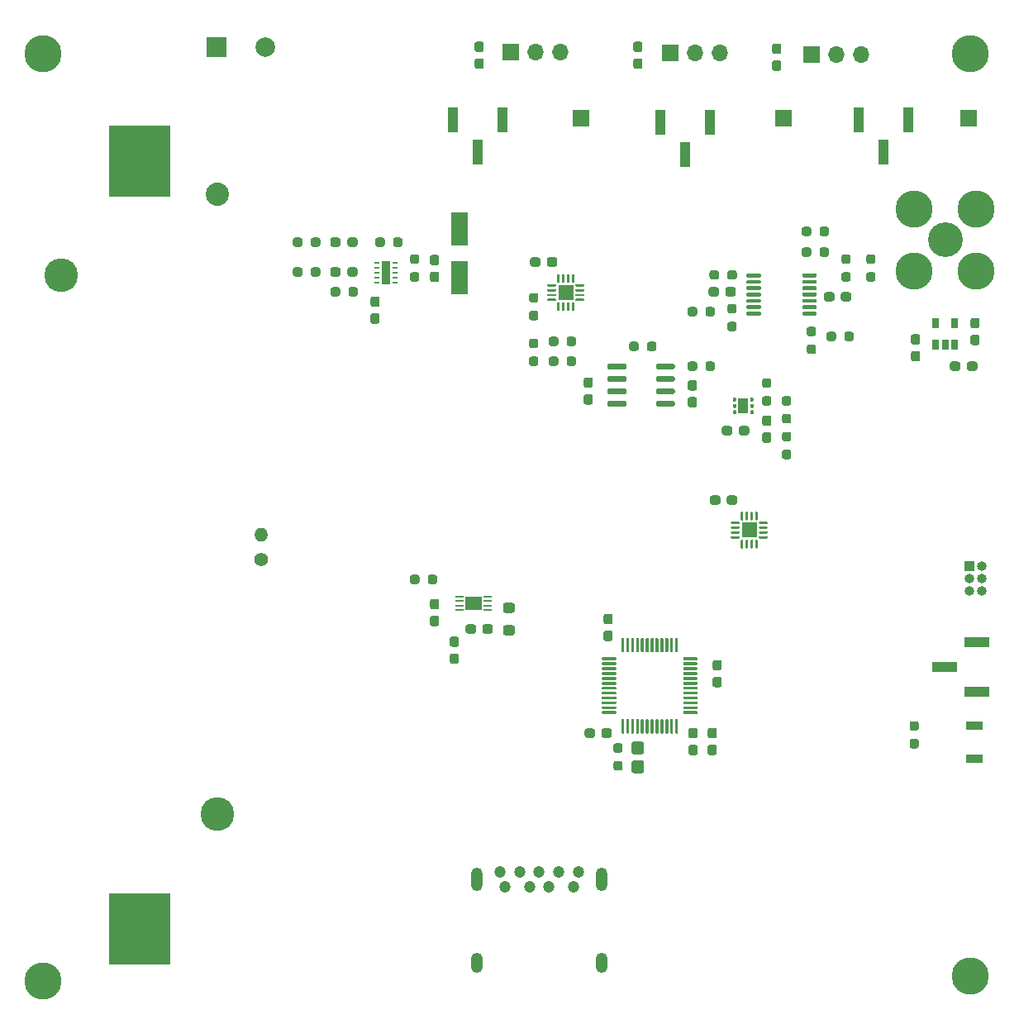
<source format=gbr>
%TF.GenerationSoftware,KiCad,Pcbnew,(5.1.10)-1*%
%TF.CreationDate,2022-01-27T16:49:40-03:30*%
%TF.ProjectId,mallard,6d616c6c-6172-4642-9e6b-696361645f70,rev?*%
%TF.SameCoordinates,Original*%
%TF.FileFunction,Soldermask,Top*%
%TF.FilePolarity,Negative*%
%FSLAX46Y46*%
G04 Gerber Fmt 4.6, Leading zero omitted, Abs format (unit mm)*
G04 Created by KiCad (PCBNEW (5.1.10)-1) date 2022-01-27 16:49:40*
%MOMM*%
%LPD*%
G01*
G04 APERTURE LIST*
%ADD10R,0.650000X1.060000*%
%ADD11C,3.800000*%
%ADD12O,1.700000X1.700000*%
%ADD13R,1.700000X1.700000*%
%ADD14R,0.812800X0.279400*%
%ADD15R,1.651000X1.346200*%
%ADD16R,2.006600X2.006600*%
%ADD17C,2.006600*%
%ADD18R,1.000000X2.510000*%
%ADD19C,2.390000*%
%ADD20C,3.450000*%
%ADD21R,6.350000X7.340000*%
%ADD22R,1.000000X1.600000*%
%ADD23R,1.600000X1.600000*%
%ADD24R,0.840000X2.400000*%
%ADD25R,0.500000X0.250000*%
%ADD26O,1.400000X1.400000*%
%ADD27C,1.400000*%
%ADD28R,1.700000X0.900000*%
%ADD29C,3.810000*%
%ADD30C,3.556000*%
%ADD31R,2.510000X1.000000*%
%ADD32O,1.000000X1.000000*%
%ADD33R,1.000000X1.000000*%
%ADD34O,1.200000X2.100000*%
%ADD35O,1.200000X2.400000*%
%ADD36C,1.200000*%
%ADD37R,1.800000X3.500000*%
G04 APERTURE END LIST*
%TO.C,C3*%
G36*
G01*
X162830500Y-51786500D02*
X163305500Y-51786500D01*
G75*
G02*
X163543000Y-52024000I0J-237500D01*
G01*
X163543000Y-52624000D01*
G75*
G02*
X163305500Y-52861500I-237500J0D01*
G01*
X162830500Y-52861500D01*
G75*
G02*
X162593000Y-52624000I0J237500D01*
G01*
X162593000Y-52024000D01*
G75*
G02*
X162830500Y-51786500I237500J0D01*
G01*
G37*
G36*
G01*
X162830500Y-50061500D02*
X163305500Y-50061500D01*
G75*
G02*
X163543000Y-50299000I0J-237500D01*
G01*
X163543000Y-50899000D01*
G75*
G02*
X163305500Y-51136500I-237500J0D01*
G01*
X162830500Y-51136500D01*
G75*
G02*
X162593000Y-50899000I0J237500D01*
G01*
X162593000Y-50299000D01*
G75*
G02*
X162830500Y-50061500I237500J0D01*
G01*
G37*
%TD*%
%TO.C,C2*%
G36*
G01*
X177054500Y-51987500D02*
X177529500Y-51987500D01*
G75*
G02*
X177767000Y-52225000I0J-237500D01*
G01*
X177767000Y-52825000D01*
G75*
G02*
X177529500Y-53062500I-237500J0D01*
G01*
X177054500Y-53062500D01*
G75*
G02*
X176817000Y-52825000I0J237500D01*
G01*
X176817000Y-52225000D01*
G75*
G02*
X177054500Y-51987500I237500J0D01*
G01*
G37*
G36*
G01*
X177054500Y-50262500D02*
X177529500Y-50262500D01*
G75*
G02*
X177767000Y-50500000I0J-237500D01*
G01*
X177767000Y-51100000D01*
G75*
G02*
X177529500Y-51337500I-237500J0D01*
G01*
X177054500Y-51337500D01*
G75*
G02*
X176817000Y-51100000I0J237500D01*
G01*
X176817000Y-50500000D01*
G75*
G02*
X177054500Y-50262500I237500J0D01*
G01*
G37*
%TD*%
%TO.C,C11*%
G36*
G01*
X197374500Y-80081000D02*
X197849500Y-80081000D01*
G75*
G02*
X198087000Y-80318500I0J-237500D01*
G01*
X198087000Y-80918500D01*
G75*
G02*
X197849500Y-81156000I-237500J0D01*
G01*
X197374500Y-81156000D01*
G75*
G02*
X197137000Y-80918500I0J237500D01*
G01*
X197137000Y-80318500D01*
G75*
G02*
X197374500Y-80081000I237500J0D01*
G01*
G37*
G36*
G01*
X197374500Y-78356000D02*
X197849500Y-78356000D01*
G75*
G02*
X198087000Y-78593500I0J-237500D01*
G01*
X198087000Y-79193500D01*
G75*
G02*
X197849500Y-79431000I-237500J0D01*
G01*
X197374500Y-79431000D01*
G75*
G02*
X197137000Y-79193500I0J237500D01*
G01*
X197137000Y-78593500D01*
G75*
G02*
X197374500Y-78356000I237500J0D01*
G01*
G37*
%TD*%
D10*
%TO.C,U10*%
X193590000Y-78914000D03*
X195490000Y-78914000D03*
X195490000Y-81114000D03*
X194540000Y-81114000D03*
X193590000Y-81114000D03*
%TD*%
%TO.C,C15*%
G36*
G01*
X191278500Y-81758500D02*
X191753500Y-81758500D01*
G75*
G02*
X191991000Y-81996000I0J-237500D01*
G01*
X191991000Y-82596000D01*
G75*
G02*
X191753500Y-82833500I-237500J0D01*
G01*
X191278500Y-82833500D01*
G75*
G02*
X191041000Y-82596000I0J237500D01*
G01*
X191041000Y-81996000D01*
G75*
G02*
X191278500Y-81758500I237500J0D01*
G01*
G37*
G36*
G01*
X191278500Y-80033500D02*
X191753500Y-80033500D01*
G75*
G02*
X191991000Y-80271000I0J-237500D01*
G01*
X191991000Y-80871000D01*
G75*
G02*
X191753500Y-81108500I-237500J0D01*
G01*
X191278500Y-81108500D01*
G75*
G02*
X191041000Y-80871000I0J237500D01*
G01*
X191041000Y-80271000D01*
G75*
G02*
X191278500Y-80033500I237500J0D01*
G01*
G37*
%TD*%
%TO.C,C13*%
G36*
G01*
X196767500Y-83549500D02*
X196767500Y-83074500D01*
G75*
G02*
X197005000Y-82837000I237500J0D01*
G01*
X197605000Y-82837000D01*
G75*
G02*
X197842500Y-83074500I0J-237500D01*
G01*
X197842500Y-83549500D01*
G75*
G02*
X197605000Y-83787000I-237500J0D01*
G01*
X197005000Y-83787000D01*
G75*
G02*
X196767500Y-83549500I0J237500D01*
G01*
G37*
G36*
G01*
X195042500Y-83549500D02*
X195042500Y-83074500D01*
G75*
G02*
X195280000Y-82837000I237500J0D01*
G01*
X195880000Y-82837000D01*
G75*
G02*
X196117500Y-83074500I0J-237500D01*
G01*
X196117500Y-83549500D01*
G75*
G02*
X195880000Y-83787000I-237500J0D01*
G01*
X195280000Y-83787000D01*
G75*
G02*
X195042500Y-83549500I0J237500D01*
G01*
G37*
%TD*%
D11*
%TO.C,REF\u002A\u002A*%
X197104000Y-51308000D03*
%TD*%
%TO.C,REF\u002A\u002A*%
X197104000Y-145796000D03*
%TD*%
%TO.C,REF\u002A\u002A*%
X102108000Y-146304000D03*
%TD*%
%TO.C,REF\u002A\u002A*%
X102108000Y-51308000D03*
%TD*%
%TO.C,C20*%
G36*
G01*
X170958500Y-115133000D02*
X171433500Y-115133000D01*
G75*
G02*
X171671000Y-115370500I0J-237500D01*
G01*
X171671000Y-115970500D01*
G75*
G02*
X171433500Y-116208000I-237500J0D01*
G01*
X170958500Y-116208000D01*
G75*
G02*
X170721000Y-115970500I0J237500D01*
G01*
X170721000Y-115370500D01*
G75*
G02*
X170958500Y-115133000I237500J0D01*
G01*
G37*
G36*
G01*
X170958500Y-113408000D02*
X171433500Y-113408000D01*
G75*
G02*
X171671000Y-113645500I0J-237500D01*
G01*
X171671000Y-114245500D01*
G75*
G02*
X171433500Y-114483000I-237500J0D01*
G01*
X170958500Y-114483000D01*
G75*
G02*
X170721000Y-114245500I0J237500D01*
G01*
X170721000Y-113645500D01*
G75*
G02*
X170958500Y-113408000I237500J0D01*
G01*
G37*
%TD*%
%TO.C,D5*%
G36*
G01*
X144509500Y-112059000D02*
X144034500Y-112059000D01*
G75*
G02*
X143797000Y-111821500I0J237500D01*
G01*
X143797000Y-111246500D01*
G75*
G02*
X144034500Y-111009000I237500J0D01*
G01*
X144509500Y-111009000D01*
G75*
G02*
X144747000Y-111246500I0J-237500D01*
G01*
X144747000Y-111821500D01*
G75*
G02*
X144509500Y-112059000I-237500J0D01*
G01*
G37*
G36*
G01*
X144509500Y-113809000D02*
X144034500Y-113809000D01*
G75*
G02*
X143797000Y-113571500I0J237500D01*
G01*
X143797000Y-112996500D01*
G75*
G02*
X144034500Y-112759000I237500J0D01*
G01*
X144509500Y-112759000D01*
G75*
G02*
X144747000Y-112996500I0J-237500D01*
G01*
X144747000Y-113571500D01*
G75*
G02*
X144509500Y-113809000I-237500J0D01*
G01*
G37*
%TD*%
%TO.C,D4*%
G36*
G01*
X162668000Y-123690500D02*
X163468000Y-123690500D01*
G75*
G02*
X163718000Y-123940500I0J-250000D01*
G01*
X163718000Y-124765500D01*
G75*
G02*
X163468000Y-125015500I-250000J0D01*
G01*
X162668000Y-125015500D01*
G75*
G02*
X162418000Y-124765500I0J250000D01*
G01*
X162418000Y-123940500D01*
G75*
G02*
X162668000Y-123690500I250000J0D01*
G01*
G37*
G36*
G01*
X162668000Y-121765500D02*
X163468000Y-121765500D01*
G75*
G02*
X163718000Y-122015500I0J-250000D01*
G01*
X163718000Y-122840500D01*
G75*
G02*
X163468000Y-123090500I-250000J0D01*
G01*
X162668000Y-123090500D01*
G75*
G02*
X162418000Y-122840500I0J250000D01*
G01*
X162418000Y-122015500D01*
G75*
G02*
X162668000Y-121765500I250000J0D01*
G01*
G37*
%TD*%
%TO.C,R6*%
G36*
G01*
X152162500Y-82316500D02*
X152637500Y-82316500D01*
G75*
G02*
X152875000Y-82554000I0J-237500D01*
G01*
X152875000Y-83054000D01*
G75*
G02*
X152637500Y-83291500I-237500J0D01*
G01*
X152162500Y-83291500D01*
G75*
G02*
X151925000Y-83054000I0J237500D01*
G01*
X151925000Y-82554000D01*
G75*
G02*
X152162500Y-82316500I237500J0D01*
G01*
G37*
G36*
G01*
X152162500Y-80491500D02*
X152637500Y-80491500D01*
G75*
G02*
X152875000Y-80729000I0J-237500D01*
G01*
X152875000Y-81229000D01*
G75*
G02*
X152637500Y-81466500I-237500J0D01*
G01*
X152162500Y-81466500D01*
G75*
G02*
X151925000Y-81229000I0J237500D01*
G01*
X151925000Y-80729000D01*
G75*
G02*
X152162500Y-80491500I237500J0D01*
G01*
G37*
%TD*%
%TO.C,R16*%
G36*
G01*
X169993500Y-77961500D02*
X169993500Y-77486500D01*
G75*
G02*
X170231000Y-77249000I237500J0D01*
G01*
X170731000Y-77249000D01*
G75*
G02*
X170968500Y-77486500I0J-237500D01*
G01*
X170968500Y-77961500D01*
G75*
G02*
X170731000Y-78199000I-237500J0D01*
G01*
X170231000Y-78199000D01*
G75*
G02*
X169993500Y-77961500I0J237500D01*
G01*
G37*
G36*
G01*
X168168500Y-77961500D02*
X168168500Y-77486500D01*
G75*
G02*
X168406000Y-77249000I237500J0D01*
G01*
X168906000Y-77249000D01*
G75*
G02*
X169143500Y-77486500I0J-237500D01*
G01*
X169143500Y-77961500D01*
G75*
G02*
X168906000Y-78199000I-237500J0D01*
G01*
X168406000Y-78199000D01*
G75*
G02*
X168168500Y-77961500I0J237500D01*
G01*
G37*
%TD*%
%TO.C,R19*%
G36*
G01*
X180610500Y-81093500D02*
X181085500Y-81093500D01*
G75*
G02*
X181323000Y-81331000I0J-237500D01*
G01*
X181323000Y-81831000D01*
G75*
G02*
X181085500Y-82068500I-237500J0D01*
G01*
X180610500Y-82068500D01*
G75*
G02*
X180373000Y-81831000I0J237500D01*
G01*
X180373000Y-81331000D01*
G75*
G02*
X180610500Y-81093500I237500J0D01*
G01*
G37*
G36*
G01*
X180610500Y-79268500D02*
X181085500Y-79268500D01*
G75*
G02*
X181323000Y-79506000I0J-237500D01*
G01*
X181323000Y-80006000D01*
G75*
G02*
X181085500Y-80243500I-237500J0D01*
G01*
X180610500Y-80243500D01*
G75*
G02*
X180373000Y-80006000I0J237500D01*
G01*
X180373000Y-79506000D01*
G75*
G02*
X180610500Y-79268500I237500J0D01*
G01*
G37*
%TD*%
%TO.C,R24*%
G36*
G01*
X191140500Y-121499000D02*
X191615500Y-121499000D01*
G75*
G02*
X191853000Y-121736500I0J-237500D01*
G01*
X191853000Y-122236500D01*
G75*
G02*
X191615500Y-122474000I-237500J0D01*
G01*
X191140500Y-122474000D01*
G75*
G02*
X190903000Y-122236500I0J237500D01*
G01*
X190903000Y-121736500D01*
G75*
G02*
X191140500Y-121499000I237500J0D01*
G01*
G37*
G36*
G01*
X191140500Y-119674000D02*
X191615500Y-119674000D01*
G75*
G02*
X191853000Y-119911500I0J-237500D01*
G01*
X191853000Y-120411500D01*
G75*
G02*
X191615500Y-120649000I-237500J0D01*
G01*
X191140500Y-120649000D01*
G75*
G02*
X190903000Y-120411500I0J237500D01*
G01*
X190903000Y-119911500D01*
G75*
G02*
X191140500Y-119674000I237500J0D01*
G01*
G37*
%TD*%
%TO.C,R23*%
G36*
G01*
X160798500Y-123765500D02*
X161273500Y-123765500D01*
G75*
G02*
X161511000Y-124003000I0J-237500D01*
G01*
X161511000Y-124503000D01*
G75*
G02*
X161273500Y-124740500I-237500J0D01*
G01*
X160798500Y-124740500D01*
G75*
G02*
X160561000Y-124503000I0J237500D01*
G01*
X160561000Y-124003000D01*
G75*
G02*
X160798500Y-123765500I237500J0D01*
G01*
G37*
G36*
G01*
X160798500Y-121940500D02*
X161273500Y-121940500D01*
G75*
G02*
X161511000Y-122178000I0J-237500D01*
G01*
X161511000Y-122678000D01*
G75*
G02*
X161273500Y-122915500I-237500J0D01*
G01*
X160798500Y-122915500D01*
G75*
G02*
X160561000Y-122678000I0J237500D01*
G01*
X160561000Y-122178000D01*
G75*
G02*
X160798500Y-121940500I237500J0D01*
G01*
G37*
%TD*%
%TO.C,R18*%
G36*
G01*
X181677500Y-71865500D02*
X181677500Y-71390500D01*
G75*
G02*
X181915000Y-71153000I237500J0D01*
G01*
X182415000Y-71153000D01*
G75*
G02*
X182652500Y-71390500I0J-237500D01*
G01*
X182652500Y-71865500D01*
G75*
G02*
X182415000Y-72103000I-237500J0D01*
G01*
X181915000Y-72103000D01*
G75*
G02*
X181677500Y-71865500I0J237500D01*
G01*
G37*
G36*
G01*
X179852500Y-71865500D02*
X179852500Y-71390500D01*
G75*
G02*
X180090000Y-71153000I237500J0D01*
G01*
X180590000Y-71153000D01*
G75*
G02*
X180827500Y-71390500I0J-237500D01*
G01*
X180827500Y-71865500D01*
G75*
G02*
X180590000Y-72103000I-237500J0D01*
G01*
X180090000Y-72103000D01*
G75*
G02*
X179852500Y-71865500I0J237500D01*
G01*
G37*
%TD*%
%TO.C,R17*%
G36*
G01*
X172232500Y-74198500D02*
X172232500Y-73723500D01*
G75*
G02*
X172470000Y-73486000I237500J0D01*
G01*
X172970000Y-73486000D01*
G75*
G02*
X173207500Y-73723500I0J-237500D01*
G01*
X173207500Y-74198500D01*
G75*
G02*
X172970000Y-74436000I-237500J0D01*
G01*
X172470000Y-74436000D01*
G75*
G02*
X172232500Y-74198500I0J237500D01*
G01*
G37*
G36*
G01*
X170407500Y-74198500D02*
X170407500Y-73723500D01*
G75*
G02*
X170645000Y-73486000I237500J0D01*
G01*
X171145000Y-73486000D01*
G75*
G02*
X171382500Y-73723500I0J-237500D01*
G01*
X171382500Y-74198500D01*
G75*
G02*
X171145000Y-74436000I-237500J0D01*
G01*
X170645000Y-74436000D01*
G75*
G02*
X170407500Y-74198500I0J237500D01*
G01*
G37*
%TD*%
%TO.C,R15*%
G36*
G01*
X172957500Y-77910500D02*
X172482500Y-77910500D01*
G75*
G02*
X172245000Y-77673000I0J237500D01*
G01*
X172245000Y-77173000D01*
G75*
G02*
X172482500Y-76935500I237500J0D01*
G01*
X172957500Y-76935500D01*
G75*
G02*
X173195000Y-77173000I0J-237500D01*
G01*
X173195000Y-77673000D01*
G75*
G02*
X172957500Y-77910500I-237500J0D01*
G01*
G37*
G36*
G01*
X172957500Y-79735500D02*
X172482500Y-79735500D01*
G75*
G02*
X172245000Y-79498000I0J237500D01*
G01*
X172245000Y-78998000D01*
G75*
G02*
X172482500Y-78760500I237500J0D01*
G01*
X172957500Y-78760500D01*
G75*
G02*
X173195000Y-78998000I0J-237500D01*
G01*
X173195000Y-79498000D01*
G75*
G02*
X172957500Y-79735500I-237500J0D01*
G01*
G37*
%TD*%
%TO.C,R14*%
G36*
G01*
X180827500Y-69269000D02*
X180827500Y-69744000D01*
G75*
G02*
X180590000Y-69981500I-237500J0D01*
G01*
X180090000Y-69981500D01*
G75*
G02*
X179852500Y-69744000I0J237500D01*
G01*
X179852500Y-69269000D01*
G75*
G02*
X180090000Y-69031500I237500J0D01*
G01*
X180590000Y-69031500D01*
G75*
G02*
X180827500Y-69269000I0J-237500D01*
G01*
G37*
G36*
G01*
X182652500Y-69269000D02*
X182652500Y-69744000D01*
G75*
G02*
X182415000Y-69981500I-237500J0D01*
G01*
X181915000Y-69981500D01*
G75*
G02*
X181677500Y-69744000I0J237500D01*
G01*
X181677500Y-69269000D01*
G75*
G02*
X181915000Y-69031500I237500J0D01*
G01*
X182415000Y-69031500D01*
G75*
G02*
X182652500Y-69269000I0J-237500D01*
G01*
G37*
%TD*%
%TO.C,R13*%
G36*
G01*
X183367500Y-80026500D02*
X183367500Y-80501500D01*
G75*
G02*
X183130000Y-80739000I-237500J0D01*
G01*
X182630000Y-80739000D01*
G75*
G02*
X182392500Y-80501500I0J237500D01*
G01*
X182392500Y-80026500D01*
G75*
G02*
X182630000Y-79789000I237500J0D01*
G01*
X183130000Y-79789000D01*
G75*
G02*
X183367500Y-80026500I0J-237500D01*
G01*
G37*
G36*
G01*
X185192500Y-80026500D02*
X185192500Y-80501500D01*
G75*
G02*
X184955000Y-80739000I-237500J0D01*
G01*
X184455000Y-80739000D01*
G75*
G02*
X184217500Y-80501500I0J237500D01*
G01*
X184217500Y-80026500D01*
G75*
G02*
X184455000Y-79789000I237500J0D01*
G01*
X184955000Y-79789000D01*
G75*
G02*
X185192500Y-80026500I0J-237500D01*
G01*
G37*
%TD*%
%TO.C,R10*%
G36*
G01*
X169143500Y-83074500D02*
X169143500Y-83549500D01*
G75*
G02*
X168906000Y-83787000I-237500J0D01*
G01*
X168406000Y-83787000D01*
G75*
G02*
X168168500Y-83549500I0J237500D01*
G01*
X168168500Y-83074500D01*
G75*
G02*
X168406000Y-82837000I237500J0D01*
G01*
X168906000Y-82837000D01*
G75*
G02*
X169143500Y-83074500I0J-237500D01*
G01*
G37*
G36*
G01*
X170968500Y-83074500D02*
X170968500Y-83549500D01*
G75*
G02*
X170731000Y-83787000I-237500J0D01*
G01*
X170231000Y-83787000D01*
G75*
G02*
X169993500Y-83549500I0J237500D01*
G01*
X169993500Y-83074500D01*
G75*
G02*
X170231000Y-82837000I237500J0D01*
G01*
X170731000Y-82837000D01*
G75*
G02*
X170968500Y-83074500I0J-237500D01*
G01*
G37*
%TD*%
%TO.C,R8*%
G36*
G01*
X163151000Y-81042500D02*
X163151000Y-81517500D01*
G75*
G02*
X162913500Y-81755000I-237500J0D01*
G01*
X162413500Y-81755000D01*
G75*
G02*
X162176000Y-81517500I0J237500D01*
G01*
X162176000Y-81042500D01*
G75*
G02*
X162413500Y-80805000I237500J0D01*
G01*
X162913500Y-80805000D01*
G75*
G02*
X163151000Y-81042500I0J-237500D01*
G01*
G37*
G36*
G01*
X164976000Y-81042500D02*
X164976000Y-81517500D01*
G75*
G02*
X164738500Y-81755000I-237500J0D01*
G01*
X164238500Y-81755000D01*
G75*
G02*
X164001000Y-81517500I0J237500D01*
G01*
X164001000Y-81042500D01*
G75*
G02*
X164238500Y-80805000I237500J0D01*
G01*
X164738500Y-80805000D01*
G75*
G02*
X164976000Y-81042500I0J-237500D01*
G01*
G37*
%TD*%
%TO.C,R4*%
G36*
G01*
X152637500Y-76791000D02*
X152162500Y-76791000D01*
G75*
G02*
X151925000Y-76553500I0J237500D01*
G01*
X151925000Y-76053500D01*
G75*
G02*
X152162500Y-75816000I237500J0D01*
G01*
X152637500Y-75816000D01*
G75*
G02*
X152875000Y-76053500I0J-237500D01*
G01*
X152875000Y-76553500D01*
G75*
G02*
X152637500Y-76791000I-237500J0D01*
G01*
G37*
G36*
G01*
X152637500Y-78616000D02*
X152162500Y-78616000D01*
G75*
G02*
X151925000Y-78378500I0J237500D01*
G01*
X151925000Y-77878500D01*
G75*
G02*
X152162500Y-77641000I237500J0D01*
G01*
X152637500Y-77641000D01*
G75*
G02*
X152875000Y-77878500I0J-237500D01*
G01*
X152875000Y-78378500D01*
G75*
G02*
X152637500Y-78616000I-237500J0D01*
G01*
G37*
%TD*%
%TO.C,C9*%
G36*
G01*
X183866500Y-76437500D02*
X183866500Y-75962500D01*
G75*
G02*
X184104000Y-75725000I237500J0D01*
G01*
X184704000Y-75725000D01*
G75*
G02*
X184941500Y-75962500I0J-237500D01*
G01*
X184941500Y-76437500D01*
G75*
G02*
X184704000Y-76675000I-237500J0D01*
G01*
X184104000Y-76675000D01*
G75*
G02*
X183866500Y-76437500I0J237500D01*
G01*
G37*
G36*
G01*
X182141500Y-76437500D02*
X182141500Y-75962500D01*
G75*
G02*
X182379000Y-75725000I237500J0D01*
G01*
X182979000Y-75725000D01*
G75*
G02*
X183216500Y-75962500I0J-237500D01*
G01*
X183216500Y-76437500D01*
G75*
G02*
X182979000Y-76675000I-237500J0D01*
G01*
X182379000Y-76675000D01*
G75*
G02*
X182141500Y-76437500I0J237500D01*
G01*
G37*
%TD*%
%TO.C,C16*%
G36*
G01*
X160257500Y-109757500D02*
X159782500Y-109757500D01*
G75*
G02*
X159545000Y-109520000I0J237500D01*
G01*
X159545000Y-108920000D01*
G75*
G02*
X159782500Y-108682500I237500J0D01*
G01*
X160257500Y-108682500D01*
G75*
G02*
X160495000Y-108920000I0J-237500D01*
G01*
X160495000Y-109520000D01*
G75*
G02*
X160257500Y-109757500I-237500J0D01*
G01*
G37*
G36*
G01*
X160257500Y-111482500D02*
X159782500Y-111482500D01*
G75*
G02*
X159545000Y-111245000I0J237500D01*
G01*
X159545000Y-110645000D01*
G75*
G02*
X159782500Y-110407500I237500J0D01*
G01*
X160257500Y-110407500D01*
G75*
G02*
X160495000Y-110645000I0J-237500D01*
G01*
X160495000Y-111245000D01*
G75*
G02*
X160257500Y-111482500I-237500J0D01*
G01*
G37*
%TD*%
D12*
%TO.C,J5*%
X171508000Y-51224000D03*
X168968000Y-51224000D03*
D13*
X166428000Y-51224000D03*
%TD*%
D14*
%TO.C,U12*%
X147663800Y-108293800D03*
X147663800Y-107836600D03*
X147663800Y-107379400D03*
X147663800Y-106922200D03*
X144768200Y-106922200D03*
X144768200Y-107379400D03*
X144768200Y-107836600D03*
X144768200Y-108293800D03*
D15*
X146216000Y-107608000D03*
%TD*%
%TO.C,R25*%
G36*
G01*
X140695500Y-104918500D02*
X140695500Y-105393500D01*
G75*
G02*
X140458000Y-105631000I-237500J0D01*
G01*
X139958000Y-105631000D01*
G75*
G02*
X139720500Y-105393500I0J237500D01*
G01*
X139720500Y-104918500D01*
G75*
G02*
X139958000Y-104681000I237500J0D01*
G01*
X140458000Y-104681000D01*
G75*
G02*
X140695500Y-104918500I0J-237500D01*
G01*
G37*
G36*
G01*
X142520500Y-104918500D02*
X142520500Y-105393500D01*
G75*
G02*
X142283000Y-105631000I-237500J0D01*
G01*
X141783000Y-105631000D01*
G75*
G02*
X141545500Y-105393500I0J237500D01*
G01*
X141545500Y-104918500D01*
G75*
G02*
X141783000Y-104681000I237500J0D01*
G01*
X142283000Y-104681000D01*
G75*
G02*
X142520500Y-104918500I0J-237500D01*
G01*
G37*
%TD*%
%TO.C,L1*%
G36*
G01*
X150210001Y-108595000D02*
X149509999Y-108595000D01*
G75*
G02*
X149260000Y-108345001I0J249999D01*
G01*
X149260000Y-107794999D01*
G75*
G02*
X149509999Y-107545000I249999J0D01*
G01*
X150210001Y-107545000D01*
G75*
G02*
X150460000Y-107794999I0J-249999D01*
G01*
X150460000Y-108345001D01*
G75*
G02*
X150210001Y-108595000I-249999J0D01*
G01*
G37*
G36*
G01*
X150210001Y-110895000D02*
X149509999Y-110895000D01*
G75*
G02*
X149260000Y-110645001I0J249999D01*
G01*
X149260000Y-110094999D01*
G75*
G02*
X149509999Y-109845000I249999J0D01*
G01*
X150210001Y-109845000D01*
G75*
G02*
X150460000Y-110094999I0J-249999D01*
G01*
X150460000Y-110645001D01*
G75*
G02*
X150210001Y-110895000I-249999J0D01*
G01*
G37*
%TD*%
D12*
%TO.C,J6*%
X155108000Y-51124000D03*
X152568000Y-51124000D03*
D13*
X150028000Y-51124000D03*
%TD*%
D12*
%TO.C,J4*%
X185908000Y-51424000D03*
X183368000Y-51424000D03*
D13*
X180828000Y-51424000D03*
%TD*%
%TO.C,C23*%
G36*
G01*
X146487000Y-109998500D02*
X146487000Y-110473500D01*
G75*
G02*
X146249500Y-110711000I-237500J0D01*
G01*
X145649500Y-110711000D01*
G75*
G02*
X145412000Y-110473500I0J237500D01*
G01*
X145412000Y-109998500D01*
G75*
G02*
X145649500Y-109761000I237500J0D01*
G01*
X146249500Y-109761000D01*
G75*
G02*
X146487000Y-109998500I0J-237500D01*
G01*
G37*
G36*
G01*
X148212000Y-109998500D02*
X148212000Y-110473500D01*
G75*
G02*
X147974500Y-110711000I-237500J0D01*
G01*
X147374500Y-110711000D01*
G75*
G02*
X147137000Y-110473500I0J237500D01*
G01*
X147137000Y-109998500D01*
G75*
G02*
X147374500Y-109761000I237500J0D01*
G01*
X147974500Y-109761000D01*
G75*
G02*
X148212000Y-109998500I0J-237500D01*
G01*
G37*
%TD*%
%TO.C,C22*%
G36*
G01*
X142477500Y-108233500D02*
X142002500Y-108233500D01*
G75*
G02*
X141765000Y-107996000I0J237500D01*
G01*
X141765000Y-107396000D01*
G75*
G02*
X142002500Y-107158500I237500J0D01*
G01*
X142477500Y-107158500D01*
G75*
G02*
X142715000Y-107396000I0J-237500D01*
G01*
X142715000Y-107996000D01*
G75*
G02*
X142477500Y-108233500I-237500J0D01*
G01*
G37*
G36*
G01*
X142477500Y-109958500D02*
X142002500Y-109958500D01*
G75*
G02*
X141765000Y-109721000I0J237500D01*
G01*
X141765000Y-109121000D01*
G75*
G02*
X142002500Y-108883500I237500J0D01*
G01*
X142477500Y-108883500D01*
G75*
G02*
X142715000Y-109121000I0J-237500D01*
G01*
X142715000Y-109721000D01*
G75*
G02*
X142477500Y-109958500I-237500J0D01*
G01*
G37*
%TD*%
D16*
%TO.C,Ref2*%
X119927999Y-50624000D03*
D17*
X124928001Y-50624000D03*
%TD*%
%TO.C,C21*%
G36*
G01*
X168418500Y-86471000D02*
X168893500Y-86471000D01*
G75*
G02*
X169131000Y-86708500I0J-237500D01*
G01*
X169131000Y-87308500D01*
G75*
G02*
X168893500Y-87546000I-237500J0D01*
G01*
X168418500Y-87546000D01*
G75*
G02*
X168181000Y-87308500I0J237500D01*
G01*
X168181000Y-86708500D01*
G75*
G02*
X168418500Y-86471000I237500J0D01*
G01*
G37*
G36*
G01*
X168418500Y-84746000D02*
X168893500Y-84746000D01*
G75*
G02*
X169131000Y-84983500I0J-237500D01*
G01*
X169131000Y-85583500D01*
G75*
G02*
X168893500Y-85821000I-237500J0D01*
G01*
X168418500Y-85821000D01*
G75*
G02*
X168181000Y-85583500I0J237500D01*
G01*
X168181000Y-84983500D01*
G75*
G02*
X168418500Y-84746000I237500J0D01*
G01*
G37*
%TD*%
D18*
%TO.C,SM3*%
X190793000Y-58069000D03*
X185713000Y-58069000D03*
X188253000Y-61379000D03*
%TD*%
%TO.C,SM2*%
X170468000Y-58319000D03*
X165388000Y-58319000D03*
X167928000Y-61629000D03*
%TD*%
%TO.C,SM1*%
X149218000Y-58069000D03*
X144138000Y-58069000D03*
X146678000Y-61379000D03*
%TD*%
D19*
%TO.C,BatteryPack1*%
X120028000Y-65694000D03*
D20*
X104028000Y-74024000D03*
X120028000Y-129224000D03*
D21*
X112028000Y-140954000D03*
X112028000Y-62294000D03*
%TD*%
%TO.C,U11*%
G36*
G01*
X167178000Y-119549000D02*
X167178000Y-120874000D01*
G75*
G02*
X167103000Y-120949000I-75000J0D01*
G01*
X166953000Y-120949000D01*
G75*
G02*
X166878000Y-120874000I0J75000D01*
G01*
X166878000Y-119549000D01*
G75*
G02*
X166953000Y-119474000I75000J0D01*
G01*
X167103000Y-119474000D01*
G75*
G02*
X167178000Y-119549000I0J-75000D01*
G01*
G37*
G36*
G01*
X166678000Y-119549000D02*
X166678000Y-120874000D01*
G75*
G02*
X166603000Y-120949000I-75000J0D01*
G01*
X166453000Y-120949000D01*
G75*
G02*
X166378000Y-120874000I0J75000D01*
G01*
X166378000Y-119549000D01*
G75*
G02*
X166453000Y-119474000I75000J0D01*
G01*
X166603000Y-119474000D01*
G75*
G02*
X166678000Y-119549000I0J-75000D01*
G01*
G37*
G36*
G01*
X166178000Y-119549000D02*
X166178000Y-120874000D01*
G75*
G02*
X166103000Y-120949000I-75000J0D01*
G01*
X165953000Y-120949000D01*
G75*
G02*
X165878000Y-120874000I0J75000D01*
G01*
X165878000Y-119549000D01*
G75*
G02*
X165953000Y-119474000I75000J0D01*
G01*
X166103000Y-119474000D01*
G75*
G02*
X166178000Y-119549000I0J-75000D01*
G01*
G37*
G36*
G01*
X165678000Y-119549000D02*
X165678000Y-120874000D01*
G75*
G02*
X165603000Y-120949000I-75000J0D01*
G01*
X165453000Y-120949000D01*
G75*
G02*
X165378000Y-120874000I0J75000D01*
G01*
X165378000Y-119549000D01*
G75*
G02*
X165453000Y-119474000I75000J0D01*
G01*
X165603000Y-119474000D01*
G75*
G02*
X165678000Y-119549000I0J-75000D01*
G01*
G37*
G36*
G01*
X165178000Y-119549000D02*
X165178000Y-120874000D01*
G75*
G02*
X165103000Y-120949000I-75000J0D01*
G01*
X164953000Y-120949000D01*
G75*
G02*
X164878000Y-120874000I0J75000D01*
G01*
X164878000Y-119549000D01*
G75*
G02*
X164953000Y-119474000I75000J0D01*
G01*
X165103000Y-119474000D01*
G75*
G02*
X165178000Y-119549000I0J-75000D01*
G01*
G37*
G36*
G01*
X164678000Y-119549000D02*
X164678000Y-120874000D01*
G75*
G02*
X164603000Y-120949000I-75000J0D01*
G01*
X164453000Y-120949000D01*
G75*
G02*
X164378000Y-120874000I0J75000D01*
G01*
X164378000Y-119549000D01*
G75*
G02*
X164453000Y-119474000I75000J0D01*
G01*
X164603000Y-119474000D01*
G75*
G02*
X164678000Y-119549000I0J-75000D01*
G01*
G37*
G36*
G01*
X164178000Y-119549000D02*
X164178000Y-120874000D01*
G75*
G02*
X164103000Y-120949000I-75000J0D01*
G01*
X163953000Y-120949000D01*
G75*
G02*
X163878000Y-120874000I0J75000D01*
G01*
X163878000Y-119549000D01*
G75*
G02*
X163953000Y-119474000I75000J0D01*
G01*
X164103000Y-119474000D01*
G75*
G02*
X164178000Y-119549000I0J-75000D01*
G01*
G37*
G36*
G01*
X163678000Y-119549000D02*
X163678000Y-120874000D01*
G75*
G02*
X163603000Y-120949000I-75000J0D01*
G01*
X163453000Y-120949000D01*
G75*
G02*
X163378000Y-120874000I0J75000D01*
G01*
X163378000Y-119549000D01*
G75*
G02*
X163453000Y-119474000I75000J0D01*
G01*
X163603000Y-119474000D01*
G75*
G02*
X163678000Y-119549000I0J-75000D01*
G01*
G37*
G36*
G01*
X163178000Y-119549000D02*
X163178000Y-120874000D01*
G75*
G02*
X163103000Y-120949000I-75000J0D01*
G01*
X162953000Y-120949000D01*
G75*
G02*
X162878000Y-120874000I0J75000D01*
G01*
X162878000Y-119549000D01*
G75*
G02*
X162953000Y-119474000I75000J0D01*
G01*
X163103000Y-119474000D01*
G75*
G02*
X163178000Y-119549000I0J-75000D01*
G01*
G37*
G36*
G01*
X162678000Y-119549000D02*
X162678000Y-120874000D01*
G75*
G02*
X162603000Y-120949000I-75000J0D01*
G01*
X162453000Y-120949000D01*
G75*
G02*
X162378000Y-120874000I0J75000D01*
G01*
X162378000Y-119549000D01*
G75*
G02*
X162453000Y-119474000I75000J0D01*
G01*
X162603000Y-119474000D01*
G75*
G02*
X162678000Y-119549000I0J-75000D01*
G01*
G37*
G36*
G01*
X162178000Y-119549000D02*
X162178000Y-120874000D01*
G75*
G02*
X162103000Y-120949000I-75000J0D01*
G01*
X161953000Y-120949000D01*
G75*
G02*
X161878000Y-120874000I0J75000D01*
G01*
X161878000Y-119549000D01*
G75*
G02*
X161953000Y-119474000I75000J0D01*
G01*
X162103000Y-119474000D01*
G75*
G02*
X162178000Y-119549000I0J-75000D01*
G01*
G37*
G36*
G01*
X161678000Y-119549000D02*
X161678000Y-120874000D01*
G75*
G02*
X161603000Y-120949000I-75000J0D01*
G01*
X161453000Y-120949000D01*
G75*
G02*
X161378000Y-120874000I0J75000D01*
G01*
X161378000Y-119549000D01*
G75*
G02*
X161453000Y-119474000I75000J0D01*
G01*
X161603000Y-119474000D01*
G75*
G02*
X161678000Y-119549000I0J-75000D01*
G01*
G37*
G36*
G01*
X160853000Y-118724000D02*
X160853000Y-118874000D01*
G75*
G02*
X160778000Y-118949000I-75000J0D01*
G01*
X159453000Y-118949000D01*
G75*
G02*
X159378000Y-118874000I0J75000D01*
G01*
X159378000Y-118724000D01*
G75*
G02*
X159453000Y-118649000I75000J0D01*
G01*
X160778000Y-118649000D01*
G75*
G02*
X160853000Y-118724000I0J-75000D01*
G01*
G37*
G36*
G01*
X160853000Y-118224000D02*
X160853000Y-118374000D01*
G75*
G02*
X160778000Y-118449000I-75000J0D01*
G01*
X159453000Y-118449000D01*
G75*
G02*
X159378000Y-118374000I0J75000D01*
G01*
X159378000Y-118224000D01*
G75*
G02*
X159453000Y-118149000I75000J0D01*
G01*
X160778000Y-118149000D01*
G75*
G02*
X160853000Y-118224000I0J-75000D01*
G01*
G37*
G36*
G01*
X160853000Y-117724000D02*
X160853000Y-117874000D01*
G75*
G02*
X160778000Y-117949000I-75000J0D01*
G01*
X159453000Y-117949000D01*
G75*
G02*
X159378000Y-117874000I0J75000D01*
G01*
X159378000Y-117724000D01*
G75*
G02*
X159453000Y-117649000I75000J0D01*
G01*
X160778000Y-117649000D01*
G75*
G02*
X160853000Y-117724000I0J-75000D01*
G01*
G37*
G36*
G01*
X160853000Y-117224000D02*
X160853000Y-117374000D01*
G75*
G02*
X160778000Y-117449000I-75000J0D01*
G01*
X159453000Y-117449000D01*
G75*
G02*
X159378000Y-117374000I0J75000D01*
G01*
X159378000Y-117224000D01*
G75*
G02*
X159453000Y-117149000I75000J0D01*
G01*
X160778000Y-117149000D01*
G75*
G02*
X160853000Y-117224000I0J-75000D01*
G01*
G37*
G36*
G01*
X160853000Y-116724000D02*
X160853000Y-116874000D01*
G75*
G02*
X160778000Y-116949000I-75000J0D01*
G01*
X159453000Y-116949000D01*
G75*
G02*
X159378000Y-116874000I0J75000D01*
G01*
X159378000Y-116724000D01*
G75*
G02*
X159453000Y-116649000I75000J0D01*
G01*
X160778000Y-116649000D01*
G75*
G02*
X160853000Y-116724000I0J-75000D01*
G01*
G37*
G36*
G01*
X160853000Y-116224000D02*
X160853000Y-116374000D01*
G75*
G02*
X160778000Y-116449000I-75000J0D01*
G01*
X159453000Y-116449000D01*
G75*
G02*
X159378000Y-116374000I0J75000D01*
G01*
X159378000Y-116224000D01*
G75*
G02*
X159453000Y-116149000I75000J0D01*
G01*
X160778000Y-116149000D01*
G75*
G02*
X160853000Y-116224000I0J-75000D01*
G01*
G37*
G36*
G01*
X160853000Y-115724000D02*
X160853000Y-115874000D01*
G75*
G02*
X160778000Y-115949000I-75000J0D01*
G01*
X159453000Y-115949000D01*
G75*
G02*
X159378000Y-115874000I0J75000D01*
G01*
X159378000Y-115724000D01*
G75*
G02*
X159453000Y-115649000I75000J0D01*
G01*
X160778000Y-115649000D01*
G75*
G02*
X160853000Y-115724000I0J-75000D01*
G01*
G37*
G36*
G01*
X160853000Y-115224000D02*
X160853000Y-115374000D01*
G75*
G02*
X160778000Y-115449000I-75000J0D01*
G01*
X159453000Y-115449000D01*
G75*
G02*
X159378000Y-115374000I0J75000D01*
G01*
X159378000Y-115224000D01*
G75*
G02*
X159453000Y-115149000I75000J0D01*
G01*
X160778000Y-115149000D01*
G75*
G02*
X160853000Y-115224000I0J-75000D01*
G01*
G37*
G36*
G01*
X160853000Y-114724000D02*
X160853000Y-114874000D01*
G75*
G02*
X160778000Y-114949000I-75000J0D01*
G01*
X159453000Y-114949000D01*
G75*
G02*
X159378000Y-114874000I0J75000D01*
G01*
X159378000Y-114724000D01*
G75*
G02*
X159453000Y-114649000I75000J0D01*
G01*
X160778000Y-114649000D01*
G75*
G02*
X160853000Y-114724000I0J-75000D01*
G01*
G37*
G36*
G01*
X160853000Y-114224000D02*
X160853000Y-114374000D01*
G75*
G02*
X160778000Y-114449000I-75000J0D01*
G01*
X159453000Y-114449000D01*
G75*
G02*
X159378000Y-114374000I0J75000D01*
G01*
X159378000Y-114224000D01*
G75*
G02*
X159453000Y-114149000I75000J0D01*
G01*
X160778000Y-114149000D01*
G75*
G02*
X160853000Y-114224000I0J-75000D01*
G01*
G37*
G36*
G01*
X160853000Y-113724000D02*
X160853000Y-113874000D01*
G75*
G02*
X160778000Y-113949000I-75000J0D01*
G01*
X159453000Y-113949000D01*
G75*
G02*
X159378000Y-113874000I0J75000D01*
G01*
X159378000Y-113724000D01*
G75*
G02*
X159453000Y-113649000I75000J0D01*
G01*
X160778000Y-113649000D01*
G75*
G02*
X160853000Y-113724000I0J-75000D01*
G01*
G37*
G36*
G01*
X160853000Y-113224000D02*
X160853000Y-113374000D01*
G75*
G02*
X160778000Y-113449000I-75000J0D01*
G01*
X159453000Y-113449000D01*
G75*
G02*
X159378000Y-113374000I0J75000D01*
G01*
X159378000Y-113224000D01*
G75*
G02*
X159453000Y-113149000I75000J0D01*
G01*
X160778000Y-113149000D01*
G75*
G02*
X160853000Y-113224000I0J-75000D01*
G01*
G37*
G36*
G01*
X161678000Y-111224000D02*
X161678000Y-112549000D01*
G75*
G02*
X161603000Y-112624000I-75000J0D01*
G01*
X161453000Y-112624000D01*
G75*
G02*
X161378000Y-112549000I0J75000D01*
G01*
X161378000Y-111224000D01*
G75*
G02*
X161453000Y-111149000I75000J0D01*
G01*
X161603000Y-111149000D01*
G75*
G02*
X161678000Y-111224000I0J-75000D01*
G01*
G37*
G36*
G01*
X162178000Y-111224000D02*
X162178000Y-112549000D01*
G75*
G02*
X162103000Y-112624000I-75000J0D01*
G01*
X161953000Y-112624000D01*
G75*
G02*
X161878000Y-112549000I0J75000D01*
G01*
X161878000Y-111224000D01*
G75*
G02*
X161953000Y-111149000I75000J0D01*
G01*
X162103000Y-111149000D01*
G75*
G02*
X162178000Y-111224000I0J-75000D01*
G01*
G37*
G36*
G01*
X162678000Y-111224000D02*
X162678000Y-112549000D01*
G75*
G02*
X162603000Y-112624000I-75000J0D01*
G01*
X162453000Y-112624000D01*
G75*
G02*
X162378000Y-112549000I0J75000D01*
G01*
X162378000Y-111224000D01*
G75*
G02*
X162453000Y-111149000I75000J0D01*
G01*
X162603000Y-111149000D01*
G75*
G02*
X162678000Y-111224000I0J-75000D01*
G01*
G37*
G36*
G01*
X163178000Y-111224000D02*
X163178000Y-112549000D01*
G75*
G02*
X163103000Y-112624000I-75000J0D01*
G01*
X162953000Y-112624000D01*
G75*
G02*
X162878000Y-112549000I0J75000D01*
G01*
X162878000Y-111224000D01*
G75*
G02*
X162953000Y-111149000I75000J0D01*
G01*
X163103000Y-111149000D01*
G75*
G02*
X163178000Y-111224000I0J-75000D01*
G01*
G37*
G36*
G01*
X163678000Y-111224000D02*
X163678000Y-112549000D01*
G75*
G02*
X163603000Y-112624000I-75000J0D01*
G01*
X163453000Y-112624000D01*
G75*
G02*
X163378000Y-112549000I0J75000D01*
G01*
X163378000Y-111224000D01*
G75*
G02*
X163453000Y-111149000I75000J0D01*
G01*
X163603000Y-111149000D01*
G75*
G02*
X163678000Y-111224000I0J-75000D01*
G01*
G37*
G36*
G01*
X164178000Y-111224000D02*
X164178000Y-112549000D01*
G75*
G02*
X164103000Y-112624000I-75000J0D01*
G01*
X163953000Y-112624000D01*
G75*
G02*
X163878000Y-112549000I0J75000D01*
G01*
X163878000Y-111224000D01*
G75*
G02*
X163953000Y-111149000I75000J0D01*
G01*
X164103000Y-111149000D01*
G75*
G02*
X164178000Y-111224000I0J-75000D01*
G01*
G37*
G36*
G01*
X164678000Y-111224000D02*
X164678000Y-112549000D01*
G75*
G02*
X164603000Y-112624000I-75000J0D01*
G01*
X164453000Y-112624000D01*
G75*
G02*
X164378000Y-112549000I0J75000D01*
G01*
X164378000Y-111224000D01*
G75*
G02*
X164453000Y-111149000I75000J0D01*
G01*
X164603000Y-111149000D01*
G75*
G02*
X164678000Y-111224000I0J-75000D01*
G01*
G37*
G36*
G01*
X165178000Y-111224000D02*
X165178000Y-112549000D01*
G75*
G02*
X165103000Y-112624000I-75000J0D01*
G01*
X164953000Y-112624000D01*
G75*
G02*
X164878000Y-112549000I0J75000D01*
G01*
X164878000Y-111224000D01*
G75*
G02*
X164953000Y-111149000I75000J0D01*
G01*
X165103000Y-111149000D01*
G75*
G02*
X165178000Y-111224000I0J-75000D01*
G01*
G37*
G36*
G01*
X165678000Y-111224000D02*
X165678000Y-112549000D01*
G75*
G02*
X165603000Y-112624000I-75000J0D01*
G01*
X165453000Y-112624000D01*
G75*
G02*
X165378000Y-112549000I0J75000D01*
G01*
X165378000Y-111224000D01*
G75*
G02*
X165453000Y-111149000I75000J0D01*
G01*
X165603000Y-111149000D01*
G75*
G02*
X165678000Y-111224000I0J-75000D01*
G01*
G37*
G36*
G01*
X166178000Y-111224000D02*
X166178000Y-112549000D01*
G75*
G02*
X166103000Y-112624000I-75000J0D01*
G01*
X165953000Y-112624000D01*
G75*
G02*
X165878000Y-112549000I0J75000D01*
G01*
X165878000Y-111224000D01*
G75*
G02*
X165953000Y-111149000I75000J0D01*
G01*
X166103000Y-111149000D01*
G75*
G02*
X166178000Y-111224000I0J-75000D01*
G01*
G37*
G36*
G01*
X166678000Y-111224000D02*
X166678000Y-112549000D01*
G75*
G02*
X166603000Y-112624000I-75000J0D01*
G01*
X166453000Y-112624000D01*
G75*
G02*
X166378000Y-112549000I0J75000D01*
G01*
X166378000Y-111224000D01*
G75*
G02*
X166453000Y-111149000I75000J0D01*
G01*
X166603000Y-111149000D01*
G75*
G02*
X166678000Y-111224000I0J-75000D01*
G01*
G37*
G36*
G01*
X167178000Y-111224000D02*
X167178000Y-112549000D01*
G75*
G02*
X167103000Y-112624000I-75000J0D01*
G01*
X166953000Y-112624000D01*
G75*
G02*
X166878000Y-112549000I0J75000D01*
G01*
X166878000Y-111224000D01*
G75*
G02*
X166953000Y-111149000I75000J0D01*
G01*
X167103000Y-111149000D01*
G75*
G02*
X167178000Y-111224000I0J-75000D01*
G01*
G37*
G36*
G01*
X169178000Y-113224000D02*
X169178000Y-113374000D01*
G75*
G02*
X169103000Y-113449000I-75000J0D01*
G01*
X167778000Y-113449000D01*
G75*
G02*
X167703000Y-113374000I0J75000D01*
G01*
X167703000Y-113224000D01*
G75*
G02*
X167778000Y-113149000I75000J0D01*
G01*
X169103000Y-113149000D01*
G75*
G02*
X169178000Y-113224000I0J-75000D01*
G01*
G37*
G36*
G01*
X169178000Y-113724000D02*
X169178000Y-113874000D01*
G75*
G02*
X169103000Y-113949000I-75000J0D01*
G01*
X167778000Y-113949000D01*
G75*
G02*
X167703000Y-113874000I0J75000D01*
G01*
X167703000Y-113724000D01*
G75*
G02*
X167778000Y-113649000I75000J0D01*
G01*
X169103000Y-113649000D01*
G75*
G02*
X169178000Y-113724000I0J-75000D01*
G01*
G37*
G36*
G01*
X169178000Y-114224000D02*
X169178000Y-114374000D01*
G75*
G02*
X169103000Y-114449000I-75000J0D01*
G01*
X167778000Y-114449000D01*
G75*
G02*
X167703000Y-114374000I0J75000D01*
G01*
X167703000Y-114224000D01*
G75*
G02*
X167778000Y-114149000I75000J0D01*
G01*
X169103000Y-114149000D01*
G75*
G02*
X169178000Y-114224000I0J-75000D01*
G01*
G37*
G36*
G01*
X169178000Y-114724000D02*
X169178000Y-114874000D01*
G75*
G02*
X169103000Y-114949000I-75000J0D01*
G01*
X167778000Y-114949000D01*
G75*
G02*
X167703000Y-114874000I0J75000D01*
G01*
X167703000Y-114724000D01*
G75*
G02*
X167778000Y-114649000I75000J0D01*
G01*
X169103000Y-114649000D01*
G75*
G02*
X169178000Y-114724000I0J-75000D01*
G01*
G37*
G36*
G01*
X169178000Y-115224000D02*
X169178000Y-115374000D01*
G75*
G02*
X169103000Y-115449000I-75000J0D01*
G01*
X167778000Y-115449000D01*
G75*
G02*
X167703000Y-115374000I0J75000D01*
G01*
X167703000Y-115224000D01*
G75*
G02*
X167778000Y-115149000I75000J0D01*
G01*
X169103000Y-115149000D01*
G75*
G02*
X169178000Y-115224000I0J-75000D01*
G01*
G37*
G36*
G01*
X169178000Y-115724000D02*
X169178000Y-115874000D01*
G75*
G02*
X169103000Y-115949000I-75000J0D01*
G01*
X167778000Y-115949000D01*
G75*
G02*
X167703000Y-115874000I0J75000D01*
G01*
X167703000Y-115724000D01*
G75*
G02*
X167778000Y-115649000I75000J0D01*
G01*
X169103000Y-115649000D01*
G75*
G02*
X169178000Y-115724000I0J-75000D01*
G01*
G37*
G36*
G01*
X169178000Y-116224000D02*
X169178000Y-116374000D01*
G75*
G02*
X169103000Y-116449000I-75000J0D01*
G01*
X167778000Y-116449000D01*
G75*
G02*
X167703000Y-116374000I0J75000D01*
G01*
X167703000Y-116224000D01*
G75*
G02*
X167778000Y-116149000I75000J0D01*
G01*
X169103000Y-116149000D01*
G75*
G02*
X169178000Y-116224000I0J-75000D01*
G01*
G37*
G36*
G01*
X169178000Y-116724000D02*
X169178000Y-116874000D01*
G75*
G02*
X169103000Y-116949000I-75000J0D01*
G01*
X167778000Y-116949000D01*
G75*
G02*
X167703000Y-116874000I0J75000D01*
G01*
X167703000Y-116724000D01*
G75*
G02*
X167778000Y-116649000I75000J0D01*
G01*
X169103000Y-116649000D01*
G75*
G02*
X169178000Y-116724000I0J-75000D01*
G01*
G37*
G36*
G01*
X169178000Y-117224000D02*
X169178000Y-117374000D01*
G75*
G02*
X169103000Y-117449000I-75000J0D01*
G01*
X167778000Y-117449000D01*
G75*
G02*
X167703000Y-117374000I0J75000D01*
G01*
X167703000Y-117224000D01*
G75*
G02*
X167778000Y-117149000I75000J0D01*
G01*
X169103000Y-117149000D01*
G75*
G02*
X169178000Y-117224000I0J-75000D01*
G01*
G37*
G36*
G01*
X169178000Y-117724000D02*
X169178000Y-117874000D01*
G75*
G02*
X169103000Y-117949000I-75000J0D01*
G01*
X167778000Y-117949000D01*
G75*
G02*
X167703000Y-117874000I0J75000D01*
G01*
X167703000Y-117724000D01*
G75*
G02*
X167778000Y-117649000I75000J0D01*
G01*
X169103000Y-117649000D01*
G75*
G02*
X169178000Y-117724000I0J-75000D01*
G01*
G37*
G36*
G01*
X169178000Y-118224000D02*
X169178000Y-118374000D01*
G75*
G02*
X169103000Y-118449000I-75000J0D01*
G01*
X167778000Y-118449000D01*
G75*
G02*
X167703000Y-118374000I0J75000D01*
G01*
X167703000Y-118224000D01*
G75*
G02*
X167778000Y-118149000I75000J0D01*
G01*
X169103000Y-118149000D01*
G75*
G02*
X169178000Y-118224000I0J-75000D01*
G01*
G37*
G36*
G01*
X169178000Y-118724000D02*
X169178000Y-118874000D01*
G75*
G02*
X169103000Y-118949000I-75000J0D01*
G01*
X167778000Y-118949000D01*
G75*
G02*
X167703000Y-118874000I0J75000D01*
G01*
X167703000Y-118724000D01*
G75*
G02*
X167778000Y-118649000I75000J0D01*
G01*
X169103000Y-118649000D01*
G75*
G02*
X169178000Y-118724000I0J-75000D01*
G01*
G37*
%TD*%
%TO.C,U9*%
G36*
G01*
X179915000Y-74123000D02*
X179915000Y-73923000D01*
G75*
G02*
X180015000Y-73823000I100000J0D01*
G01*
X181290000Y-73823000D01*
G75*
G02*
X181390000Y-73923000I0J-100000D01*
G01*
X181390000Y-74123000D01*
G75*
G02*
X181290000Y-74223000I-100000J0D01*
G01*
X180015000Y-74223000D01*
G75*
G02*
X179915000Y-74123000I0J100000D01*
G01*
G37*
G36*
G01*
X179915000Y-74773000D02*
X179915000Y-74573000D01*
G75*
G02*
X180015000Y-74473000I100000J0D01*
G01*
X181290000Y-74473000D01*
G75*
G02*
X181390000Y-74573000I0J-100000D01*
G01*
X181390000Y-74773000D01*
G75*
G02*
X181290000Y-74873000I-100000J0D01*
G01*
X180015000Y-74873000D01*
G75*
G02*
X179915000Y-74773000I0J100000D01*
G01*
G37*
G36*
G01*
X179915000Y-75423000D02*
X179915000Y-75223000D01*
G75*
G02*
X180015000Y-75123000I100000J0D01*
G01*
X181290000Y-75123000D01*
G75*
G02*
X181390000Y-75223000I0J-100000D01*
G01*
X181390000Y-75423000D01*
G75*
G02*
X181290000Y-75523000I-100000J0D01*
G01*
X180015000Y-75523000D01*
G75*
G02*
X179915000Y-75423000I0J100000D01*
G01*
G37*
G36*
G01*
X179915000Y-76073000D02*
X179915000Y-75873000D01*
G75*
G02*
X180015000Y-75773000I100000J0D01*
G01*
X181290000Y-75773000D01*
G75*
G02*
X181390000Y-75873000I0J-100000D01*
G01*
X181390000Y-76073000D01*
G75*
G02*
X181290000Y-76173000I-100000J0D01*
G01*
X180015000Y-76173000D01*
G75*
G02*
X179915000Y-76073000I0J100000D01*
G01*
G37*
G36*
G01*
X179915000Y-76723000D02*
X179915000Y-76523000D01*
G75*
G02*
X180015000Y-76423000I100000J0D01*
G01*
X181290000Y-76423000D01*
G75*
G02*
X181390000Y-76523000I0J-100000D01*
G01*
X181390000Y-76723000D01*
G75*
G02*
X181290000Y-76823000I-100000J0D01*
G01*
X180015000Y-76823000D01*
G75*
G02*
X179915000Y-76723000I0J100000D01*
G01*
G37*
G36*
G01*
X179915000Y-77373000D02*
X179915000Y-77173000D01*
G75*
G02*
X180015000Y-77073000I100000J0D01*
G01*
X181290000Y-77073000D01*
G75*
G02*
X181390000Y-77173000I0J-100000D01*
G01*
X181390000Y-77373000D01*
G75*
G02*
X181290000Y-77473000I-100000J0D01*
G01*
X180015000Y-77473000D01*
G75*
G02*
X179915000Y-77373000I0J100000D01*
G01*
G37*
G36*
G01*
X179915000Y-78023000D02*
X179915000Y-77823000D01*
G75*
G02*
X180015000Y-77723000I100000J0D01*
G01*
X181290000Y-77723000D01*
G75*
G02*
X181390000Y-77823000I0J-100000D01*
G01*
X181390000Y-78023000D01*
G75*
G02*
X181290000Y-78123000I-100000J0D01*
G01*
X180015000Y-78123000D01*
G75*
G02*
X179915000Y-78023000I0J100000D01*
G01*
G37*
G36*
G01*
X174190000Y-78023000D02*
X174190000Y-77823000D01*
G75*
G02*
X174290000Y-77723000I100000J0D01*
G01*
X175565000Y-77723000D01*
G75*
G02*
X175665000Y-77823000I0J-100000D01*
G01*
X175665000Y-78023000D01*
G75*
G02*
X175565000Y-78123000I-100000J0D01*
G01*
X174290000Y-78123000D01*
G75*
G02*
X174190000Y-78023000I0J100000D01*
G01*
G37*
G36*
G01*
X174190000Y-77373000D02*
X174190000Y-77173000D01*
G75*
G02*
X174290000Y-77073000I100000J0D01*
G01*
X175565000Y-77073000D01*
G75*
G02*
X175665000Y-77173000I0J-100000D01*
G01*
X175665000Y-77373000D01*
G75*
G02*
X175565000Y-77473000I-100000J0D01*
G01*
X174290000Y-77473000D01*
G75*
G02*
X174190000Y-77373000I0J100000D01*
G01*
G37*
G36*
G01*
X174190000Y-76723000D02*
X174190000Y-76523000D01*
G75*
G02*
X174290000Y-76423000I100000J0D01*
G01*
X175565000Y-76423000D01*
G75*
G02*
X175665000Y-76523000I0J-100000D01*
G01*
X175665000Y-76723000D01*
G75*
G02*
X175565000Y-76823000I-100000J0D01*
G01*
X174290000Y-76823000D01*
G75*
G02*
X174190000Y-76723000I0J100000D01*
G01*
G37*
G36*
G01*
X174190000Y-76073000D02*
X174190000Y-75873000D01*
G75*
G02*
X174290000Y-75773000I100000J0D01*
G01*
X175565000Y-75773000D01*
G75*
G02*
X175665000Y-75873000I0J-100000D01*
G01*
X175665000Y-76073000D01*
G75*
G02*
X175565000Y-76173000I-100000J0D01*
G01*
X174290000Y-76173000D01*
G75*
G02*
X174190000Y-76073000I0J100000D01*
G01*
G37*
G36*
G01*
X174190000Y-75423000D02*
X174190000Y-75223000D01*
G75*
G02*
X174290000Y-75123000I100000J0D01*
G01*
X175565000Y-75123000D01*
G75*
G02*
X175665000Y-75223000I0J-100000D01*
G01*
X175665000Y-75423000D01*
G75*
G02*
X175565000Y-75523000I-100000J0D01*
G01*
X174290000Y-75523000D01*
G75*
G02*
X174190000Y-75423000I0J100000D01*
G01*
G37*
G36*
G01*
X174190000Y-74773000D02*
X174190000Y-74573000D01*
G75*
G02*
X174290000Y-74473000I100000J0D01*
G01*
X175565000Y-74473000D01*
G75*
G02*
X175665000Y-74573000I0J-100000D01*
G01*
X175665000Y-74773000D01*
G75*
G02*
X175565000Y-74873000I-100000J0D01*
G01*
X174290000Y-74873000D01*
G75*
G02*
X174190000Y-74773000I0J100000D01*
G01*
G37*
G36*
G01*
X174190000Y-74123000D02*
X174190000Y-73923000D01*
G75*
G02*
X174290000Y-73823000I100000J0D01*
G01*
X175565000Y-73823000D01*
G75*
G02*
X175665000Y-73923000I0J-100000D01*
G01*
X175665000Y-74123000D01*
G75*
G02*
X175565000Y-74223000I-100000J0D01*
G01*
X174290000Y-74223000D01*
G75*
G02*
X174190000Y-74123000I0J100000D01*
G01*
G37*
%TD*%
D22*
%TO.C,U8*%
X173872000Y-87383000D03*
G36*
G01*
X173172000Y-87926750D02*
X173172000Y-88139250D01*
G75*
G02*
X173078250Y-88233000I-93750J0D01*
G01*
X172890750Y-88233000D01*
G75*
G02*
X172797000Y-88139250I0J93750D01*
G01*
X172797000Y-87926750D01*
G75*
G02*
X172890750Y-87833000I93750J0D01*
G01*
X173078250Y-87833000D01*
G75*
G02*
X173172000Y-87926750I0J-93750D01*
G01*
G37*
G36*
G01*
X173172000Y-87276750D02*
X173172000Y-87489250D01*
G75*
G02*
X173078250Y-87583000I-93750J0D01*
G01*
X172890750Y-87583000D01*
G75*
G02*
X172797000Y-87489250I0J93750D01*
G01*
X172797000Y-87276750D01*
G75*
G02*
X172890750Y-87183000I93750J0D01*
G01*
X173078250Y-87183000D01*
G75*
G02*
X173172000Y-87276750I0J-93750D01*
G01*
G37*
G36*
G01*
X173172000Y-86626750D02*
X173172000Y-86839250D01*
G75*
G02*
X173078250Y-86933000I-93750J0D01*
G01*
X172890750Y-86933000D01*
G75*
G02*
X172797000Y-86839250I0J93750D01*
G01*
X172797000Y-86626750D01*
G75*
G02*
X172890750Y-86533000I93750J0D01*
G01*
X173078250Y-86533000D01*
G75*
G02*
X173172000Y-86626750I0J-93750D01*
G01*
G37*
G36*
G01*
X174947000Y-86626750D02*
X174947000Y-86839250D01*
G75*
G02*
X174853250Y-86933000I-93750J0D01*
G01*
X174665750Y-86933000D01*
G75*
G02*
X174572000Y-86839250I0J93750D01*
G01*
X174572000Y-86626750D01*
G75*
G02*
X174665750Y-86533000I93750J0D01*
G01*
X174853250Y-86533000D01*
G75*
G02*
X174947000Y-86626750I0J-93750D01*
G01*
G37*
G36*
G01*
X174947000Y-87276750D02*
X174947000Y-87489250D01*
G75*
G02*
X174853250Y-87583000I-93750J0D01*
G01*
X174665750Y-87583000D01*
G75*
G02*
X174572000Y-87489250I0J93750D01*
G01*
X174572000Y-87276750D01*
G75*
G02*
X174665750Y-87183000I93750J0D01*
G01*
X174853250Y-87183000D01*
G75*
G02*
X174947000Y-87276750I0J-93750D01*
G01*
G37*
G36*
G01*
X174947000Y-87926750D02*
X174947000Y-88139250D01*
G75*
G02*
X174853250Y-88233000I-93750J0D01*
G01*
X174665750Y-88233000D01*
G75*
G02*
X174572000Y-88139250I0J93750D01*
G01*
X174572000Y-87926750D01*
G75*
G02*
X174665750Y-87833000I93750J0D01*
G01*
X174853250Y-87833000D01*
G75*
G02*
X174947000Y-87926750I0J-93750D01*
G01*
G37*
%TD*%
%TO.C,U7*%
G36*
G01*
X161912000Y-87011000D02*
X161912000Y-87311000D01*
G75*
G02*
X161762000Y-87461000I-150000J0D01*
G01*
X160112000Y-87461000D01*
G75*
G02*
X159962000Y-87311000I0J150000D01*
G01*
X159962000Y-87011000D01*
G75*
G02*
X160112000Y-86861000I150000J0D01*
G01*
X161762000Y-86861000D01*
G75*
G02*
X161912000Y-87011000I0J-150000D01*
G01*
G37*
G36*
G01*
X161912000Y-85741000D02*
X161912000Y-86041000D01*
G75*
G02*
X161762000Y-86191000I-150000J0D01*
G01*
X160112000Y-86191000D01*
G75*
G02*
X159962000Y-86041000I0J150000D01*
G01*
X159962000Y-85741000D01*
G75*
G02*
X160112000Y-85591000I150000J0D01*
G01*
X161762000Y-85591000D01*
G75*
G02*
X161912000Y-85741000I0J-150000D01*
G01*
G37*
G36*
G01*
X161912000Y-84471000D02*
X161912000Y-84771000D01*
G75*
G02*
X161762000Y-84921000I-150000J0D01*
G01*
X160112000Y-84921000D01*
G75*
G02*
X159962000Y-84771000I0J150000D01*
G01*
X159962000Y-84471000D01*
G75*
G02*
X160112000Y-84321000I150000J0D01*
G01*
X161762000Y-84321000D01*
G75*
G02*
X161912000Y-84471000I0J-150000D01*
G01*
G37*
G36*
G01*
X161912000Y-83201000D02*
X161912000Y-83501000D01*
G75*
G02*
X161762000Y-83651000I-150000J0D01*
G01*
X160112000Y-83651000D01*
G75*
G02*
X159962000Y-83501000I0J150000D01*
G01*
X159962000Y-83201000D01*
G75*
G02*
X160112000Y-83051000I150000J0D01*
G01*
X161762000Y-83051000D01*
G75*
G02*
X161912000Y-83201000I0J-150000D01*
G01*
G37*
G36*
G01*
X166862000Y-83201000D02*
X166862000Y-83501000D01*
G75*
G02*
X166712000Y-83651000I-150000J0D01*
G01*
X165062000Y-83651000D01*
G75*
G02*
X164912000Y-83501000I0J150000D01*
G01*
X164912000Y-83201000D01*
G75*
G02*
X165062000Y-83051000I150000J0D01*
G01*
X166712000Y-83051000D01*
G75*
G02*
X166862000Y-83201000I0J-150000D01*
G01*
G37*
G36*
G01*
X166862000Y-84471000D02*
X166862000Y-84771000D01*
G75*
G02*
X166712000Y-84921000I-150000J0D01*
G01*
X165062000Y-84921000D01*
G75*
G02*
X164912000Y-84771000I0J150000D01*
G01*
X164912000Y-84471000D01*
G75*
G02*
X165062000Y-84321000I150000J0D01*
G01*
X166712000Y-84321000D01*
G75*
G02*
X166862000Y-84471000I0J-150000D01*
G01*
G37*
G36*
G01*
X166862000Y-85741000D02*
X166862000Y-86041000D01*
G75*
G02*
X166712000Y-86191000I-150000J0D01*
G01*
X165062000Y-86191000D01*
G75*
G02*
X164912000Y-86041000I0J150000D01*
G01*
X164912000Y-85741000D01*
G75*
G02*
X165062000Y-85591000I150000J0D01*
G01*
X166712000Y-85591000D01*
G75*
G02*
X166862000Y-85741000I0J-150000D01*
G01*
G37*
G36*
G01*
X166862000Y-87011000D02*
X166862000Y-87311000D01*
G75*
G02*
X166712000Y-87461000I-150000J0D01*
G01*
X165062000Y-87461000D01*
G75*
G02*
X164912000Y-87311000I0J150000D01*
G01*
X164912000Y-87011000D01*
G75*
G02*
X165062000Y-86861000I150000J0D01*
G01*
X166712000Y-86861000D01*
G75*
G02*
X166862000Y-87011000I0J-150000D01*
G01*
G37*
%TD*%
D23*
%TO.C,U6*%
X174478000Y-100108000D03*
G36*
G01*
X173603000Y-99045500D02*
X173603000Y-98295500D01*
G75*
G02*
X173665500Y-98233000I62500J0D01*
G01*
X173790500Y-98233000D01*
G75*
G02*
X173853000Y-98295500I0J-62500D01*
G01*
X173853000Y-99045500D01*
G75*
G02*
X173790500Y-99108000I-62500J0D01*
G01*
X173665500Y-99108000D01*
G75*
G02*
X173603000Y-99045500I0J62500D01*
G01*
G37*
G36*
G01*
X174103000Y-99045500D02*
X174103000Y-98295500D01*
G75*
G02*
X174165500Y-98233000I62500J0D01*
G01*
X174290500Y-98233000D01*
G75*
G02*
X174353000Y-98295500I0J-62500D01*
G01*
X174353000Y-99045500D01*
G75*
G02*
X174290500Y-99108000I-62500J0D01*
G01*
X174165500Y-99108000D01*
G75*
G02*
X174103000Y-99045500I0J62500D01*
G01*
G37*
G36*
G01*
X174603000Y-99045500D02*
X174603000Y-98295500D01*
G75*
G02*
X174665500Y-98233000I62500J0D01*
G01*
X174790500Y-98233000D01*
G75*
G02*
X174853000Y-98295500I0J-62500D01*
G01*
X174853000Y-99045500D01*
G75*
G02*
X174790500Y-99108000I-62500J0D01*
G01*
X174665500Y-99108000D01*
G75*
G02*
X174603000Y-99045500I0J62500D01*
G01*
G37*
G36*
G01*
X175103000Y-99045500D02*
X175103000Y-98295500D01*
G75*
G02*
X175165500Y-98233000I62500J0D01*
G01*
X175290500Y-98233000D01*
G75*
G02*
X175353000Y-98295500I0J-62500D01*
G01*
X175353000Y-99045500D01*
G75*
G02*
X175290500Y-99108000I-62500J0D01*
G01*
X175165500Y-99108000D01*
G75*
G02*
X175103000Y-99045500I0J62500D01*
G01*
G37*
G36*
G01*
X175478000Y-99420500D02*
X175478000Y-99295500D01*
G75*
G02*
X175540500Y-99233000I62500J0D01*
G01*
X176290500Y-99233000D01*
G75*
G02*
X176353000Y-99295500I0J-62500D01*
G01*
X176353000Y-99420500D01*
G75*
G02*
X176290500Y-99483000I-62500J0D01*
G01*
X175540500Y-99483000D01*
G75*
G02*
X175478000Y-99420500I0J62500D01*
G01*
G37*
G36*
G01*
X175478000Y-99920500D02*
X175478000Y-99795500D01*
G75*
G02*
X175540500Y-99733000I62500J0D01*
G01*
X176290500Y-99733000D01*
G75*
G02*
X176353000Y-99795500I0J-62500D01*
G01*
X176353000Y-99920500D01*
G75*
G02*
X176290500Y-99983000I-62500J0D01*
G01*
X175540500Y-99983000D01*
G75*
G02*
X175478000Y-99920500I0J62500D01*
G01*
G37*
G36*
G01*
X175478000Y-100420500D02*
X175478000Y-100295500D01*
G75*
G02*
X175540500Y-100233000I62500J0D01*
G01*
X176290500Y-100233000D01*
G75*
G02*
X176353000Y-100295500I0J-62500D01*
G01*
X176353000Y-100420500D01*
G75*
G02*
X176290500Y-100483000I-62500J0D01*
G01*
X175540500Y-100483000D01*
G75*
G02*
X175478000Y-100420500I0J62500D01*
G01*
G37*
G36*
G01*
X175478000Y-100920500D02*
X175478000Y-100795500D01*
G75*
G02*
X175540500Y-100733000I62500J0D01*
G01*
X176290500Y-100733000D01*
G75*
G02*
X176353000Y-100795500I0J-62500D01*
G01*
X176353000Y-100920500D01*
G75*
G02*
X176290500Y-100983000I-62500J0D01*
G01*
X175540500Y-100983000D01*
G75*
G02*
X175478000Y-100920500I0J62500D01*
G01*
G37*
G36*
G01*
X175103000Y-101920500D02*
X175103000Y-101170500D01*
G75*
G02*
X175165500Y-101108000I62500J0D01*
G01*
X175290500Y-101108000D01*
G75*
G02*
X175353000Y-101170500I0J-62500D01*
G01*
X175353000Y-101920500D01*
G75*
G02*
X175290500Y-101983000I-62500J0D01*
G01*
X175165500Y-101983000D01*
G75*
G02*
X175103000Y-101920500I0J62500D01*
G01*
G37*
G36*
G01*
X174603000Y-101920500D02*
X174603000Y-101170500D01*
G75*
G02*
X174665500Y-101108000I62500J0D01*
G01*
X174790500Y-101108000D01*
G75*
G02*
X174853000Y-101170500I0J-62500D01*
G01*
X174853000Y-101920500D01*
G75*
G02*
X174790500Y-101983000I-62500J0D01*
G01*
X174665500Y-101983000D01*
G75*
G02*
X174603000Y-101920500I0J62500D01*
G01*
G37*
G36*
G01*
X174103000Y-101920500D02*
X174103000Y-101170500D01*
G75*
G02*
X174165500Y-101108000I62500J0D01*
G01*
X174290500Y-101108000D01*
G75*
G02*
X174353000Y-101170500I0J-62500D01*
G01*
X174353000Y-101920500D01*
G75*
G02*
X174290500Y-101983000I-62500J0D01*
G01*
X174165500Y-101983000D01*
G75*
G02*
X174103000Y-101920500I0J62500D01*
G01*
G37*
G36*
G01*
X173603000Y-101920500D02*
X173603000Y-101170500D01*
G75*
G02*
X173665500Y-101108000I62500J0D01*
G01*
X173790500Y-101108000D01*
G75*
G02*
X173853000Y-101170500I0J-62500D01*
G01*
X173853000Y-101920500D01*
G75*
G02*
X173790500Y-101983000I-62500J0D01*
G01*
X173665500Y-101983000D01*
G75*
G02*
X173603000Y-101920500I0J62500D01*
G01*
G37*
G36*
G01*
X172603000Y-100920500D02*
X172603000Y-100795500D01*
G75*
G02*
X172665500Y-100733000I62500J0D01*
G01*
X173415500Y-100733000D01*
G75*
G02*
X173478000Y-100795500I0J-62500D01*
G01*
X173478000Y-100920500D01*
G75*
G02*
X173415500Y-100983000I-62500J0D01*
G01*
X172665500Y-100983000D01*
G75*
G02*
X172603000Y-100920500I0J62500D01*
G01*
G37*
G36*
G01*
X172603000Y-100420500D02*
X172603000Y-100295500D01*
G75*
G02*
X172665500Y-100233000I62500J0D01*
G01*
X173415500Y-100233000D01*
G75*
G02*
X173478000Y-100295500I0J-62500D01*
G01*
X173478000Y-100420500D01*
G75*
G02*
X173415500Y-100483000I-62500J0D01*
G01*
X172665500Y-100483000D01*
G75*
G02*
X172603000Y-100420500I0J62500D01*
G01*
G37*
G36*
G01*
X172603000Y-99920500D02*
X172603000Y-99795500D01*
G75*
G02*
X172665500Y-99733000I62500J0D01*
G01*
X173415500Y-99733000D01*
G75*
G02*
X173478000Y-99795500I0J-62500D01*
G01*
X173478000Y-99920500D01*
G75*
G02*
X173415500Y-99983000I-62500J0D01*
G01*
X172665500Y-99983000D01*
G75*
G02*
X172603000Y-99920500I0J62500D01*
G01*
G37*
G36*
G01*
X172603000Y-99420500D02*
X172603000Y-99295500D01*
G75*
G02*
X172665500Y-99233000I62500J0D01*
G01*
X173415500Y-99233000D01*
G75*
G02*
X173478000Y-99295500I0J-62500D01*
G01*
X173478000Y-99420500D01*
G75*
G02*
X173415500Y-99483000I-62500J0D01*
G01*
X172665500Y-99483000D01*
G75*
G02*
X172603000Y-99420500I0J62500D01*
G01*
G37*
%TD*%
%TO.C,U5*%
X155678000Y-75774000D03*
G36*
G01*
X154803000Y-74711500D02*
X154803000Y-73961500D01*
G75*
G02*
X154865500Y-73899000I62500J0D01*
G01*
X154990500Y-73899000D01*
G75*
G02*
X155053000Y-73961500I0J-62500D01*
G01*
X155053000Y-74711500D01*
G75*
G02*
X154990500Y-74774000I-62500J0D01*
G01*
X154865500Y-74774000D01*
G75*
G02*
X154803000Y-74711500I0J62500D01*
G01*
G37*
G36*
G01*
X155303000Y-74711500D02*
X155303000Y-73961500D01*
G75*
G02*
X155365500Y-73899000I62500J0D01*
G01*
X155490500Y-73899000D01*
G75*
G02*
X155553000Y-73961500I0J-62500D01*
G01*
X155553000Y-74711500D01*
G75*
G02*
X155490500Y-74774000I-62500J0D01*
G01*
X155365500Y-74774000D01*
G75*
G02*
X155303000Y-74711500I0J62500D01*
G01*
G37*
G36*
G01*
X155803000Y-74711500D02*
X155803000Y-73961500D01*
G75*
G02*
X155865500Y-73899000I62500J0D01*
G01*
X155990500Y-73899000D01*
G75*
G02*
X156053000Y-73961500I0J-62500D01*
G01*
X156053000Y-74711500D01*
G75*
G02*
X155990500Y-74774000I-62500J0D01*
G01*
X155865500Y-74774000D01*
G75*
G02*
X155803000Y-74711500I0J62500D01*
G01*
G37*
G36*
G01*
X156303000Y-74711500D02*
X156303000Y-73961500D01*
G75*
G02*
X156365500Y-73899000I62500J0D01*
G01*
X156490500Y-73899000D01*
G75*
G02*
X156553000Y-73961500I0J-62500D01*
G01*
X156553000Y-74711500D01*
G75*
G02*
X156490500Y-74774000I-62500J0D01*
G01*
X156365500Y-74774000D01*
G75*
G02*
X156303000Y-74711500I0J62500D01*
G01*
G37*
G36*
G01*
X156678000Y-75086500D02*
X156678000Y-74961500D01*
G75*
G02*
X156740500Y-74899000I62500J0D01*
G01*
X157490500Y-74899000D01*
G75*
G02*
X157553000Y-74961500I0J-62500D01*
G01*
X157553000Y-75086500D01*
G75*
G02*
X157490500Y-75149000I-62500J0D01*
G01*
X156740500Y-75149000D01*
G75*
G02*
X156678000Y-75086500I0J62500D01*
G01*
G37*
G36*
G01*
X156678000Y-75586500D02*
X156678000Y-75461500D01*
G75*
G02*
X156740500Y-75399000I62500J0D01*
G01*
X157490500Y-75399000D01*
G75*
G02*
X157553000Y-75461500I0J-62500D01*
G01*
X157553000Y-75586500D01*
G75*
G02*
X157490500Y-75649000I-62500J0D01*
G01*
X156740500Y-75649000D01*
G75*
G02*
X156678000Y-75586500I0J62500D01*
G01*
G37*
G36*
G01*
X156678000Y-76086500D02*
X156678000Y-75961500D01*
G75*
G02*
X156740500Y-75899000I62500J0D01*
G01*
X157490500Y-75899000D01*
G75*
G02*
X157553000Y-75961500I0J-62500D01*
G01*
X157553000Y-76086500D01*
G75*
G02*
X157490500Y-76149000I-62500J0D01*
G01*
X156740500Y-76149000D01*
G75*
G02*
X156678000Y-76086500I0J62500D01*
G01*
G37*
G36*
G01*
X156678000Y-76586500D02*
X156678000Y-76461500D01*
G75*
G02*
X156740500Y-76399000I62500J0D01*
G01*
X157490500Y-76399000D01*
G75*
G02*
X157553000Y-76461500I0J-62500D01*
G01*
X157553000Y-76586500D01*
G75*
G02*
X157490500Y-76649000I-62500J0D01*
G01*
X156740500Y-76649000D01*
G75*
G02*
X156678000Y-76586500I0J62500D01*
G01*
G37*
G36*
G01*
X156303000Y-77586500D02*
X156303000Y-76836500D01*
G75*
G02*
X156365500Y-76774000I62500J0D01*
G01*
X156490500Y-76774000D01*
G75*
G02*
X156553000Y-76836500I0J-62500D01*
G01*
X156553000Y-77586500D01*
G75*
G02*
X156490500Y-77649000I-62500J0D01*
G01*
X156365500Y-77649000D01*
G75*
G02*
X156303000Y-77586500I0J62500D01*
G01*
G37*
G36*
G01*
X155803000Y-77586500D02*
X155803000Y-76836500D01*
G75*
G02*
X155865500Y-76774000I62500J0D01*
G01*
X155990500Y-76774000D01*
G75*
G02*
X156053000Y-76836500I0J-62500D01*
G01*
X156053000Y-77586500D01*
G75*
G02*
X155990500Y-77649000I-62500J0D01*
G01*
X155865500Y-77649000D01*
G75*
G02*
X155803000Y-77586500I0J62500D01*
G01*
G37*
G36*
G01*
X155303000Y-77586500D02*
X155303000Y-76836500D01*
G75*
G02*
X155365500Y-76774000I62500J0D01*
G01*
X155490500Y-76774000D01*
G75*
G02*
X155553000Y-76836500I0J-62500D01*
G01*
X155553000Y-77586500D01*
G75*
G02*
X155490500Y-77649000I-62500J0D01*
G01*
X155365500Y-77649000D01*
G75*
G02*
X155303000Y-77586500I0J62500D01*
G01*
G37*
G36*
G01*
X154803000Y-77586500D02*
X154803000Y-76836500D01*
G75*
G02*
X154865500Y-76774000I62500J0D01*
G01*
X154990500Y-76774000D01*
G75*
G02*
X155053000Y-76836500I0J-62500D01*
G01*
X155053000Y-77586500D01*
G75*
G02*
X154990500Y-77649000I-62500J0D01*
G01*
X154865500Y-77649000D01*
G75*
G02*
X154803000Y-77586500I0J62500D01*
G01*
G37*
G36*
G01*
X153803000Y-76586500D02*
X153803000Y-76461500D01*
G75*
G02*
X153865500Y-76399000I62500J0D01*
G01*
X154615500Y-76399000D01*
G75*
G02*
X154678000Y-76461500I0J-62500D01*
G01*
X154678000Y-76586500D01*
G75*
G02*
X154615500Y-76649000I-62500J0D01*
G01*
X153865500Y-76649000D01*
G75*
G02*
X153803000Y-76586500I0J62500D01*
G01*
G37*
G36*
G01*
X153803000Y-76086500D02*
X153803000Y-75961500D01*
G75*
G02*
X153865500Y-75899000I62500J0D01*
G01*
X154615500Y-75899000D01*
G75*
G02*
X154678000Y-75961500I0J-62500D01*
G01*
X154678000Y-76086500D01*
G75*
G02*
X154615500Y-76149000I-62500J0D01*
G01*
X153865500Y-76149000D01*
G75*
G02*
X153803000Y-76086500I0J62500D01*
G01*
G37*
G36*
G01*
X153803000Y-75586500D02*
X153803000Y-75461500D01*
G75*
G02*
X153865500Y-75399000I62500J0D01*
G01*
X154615500Y-75399000D01*
G75*
G02*
X154678000Y-75461500I0J-62500D01*
G01*
X154678000Y-75586500D01*
G75*
G02*
X154615500Y-75649000I-62500J0D01*
G01*
X153865500Y-75649000D01*
G75*
G02*
X153803000Y-75586500I0J62500D01*
G01*
G37*
G36*
G01*
X153803000Y-75086500D02*
X153803000Y-74961500D01*
G75*
G02*
X153865500Y-74899000I62500J0D01*
G01*
X154615500Y-74899000D01*
G75*
G02*
X154678000Y-74961500I0J-62500D01*
G01*
X154678000Y-75086500D01*
G75*
G02*
X154615500Y-75149000I-62500J0D01*
G01*
X153865500Y-75149000D01*
G75*
G02*
X153803000Y-75086500I0J62500D01*
G01*
G37*
%TD*%
D24*
%TO.C,U4*%
X137278000Y-73724000D03*
D25*
X136328000Y-74724000D03*
X136328000Y-74224000D03*
X136328000Y-73724000D03*
X136328000Y-73224000D03*
X136328000Y-72724000D03*
X138228000Y-72724000D03*
X138228000Y-73224000D03*
X138228000Y-73724000D03*
X138228000Y-74224000D03*
X138228000Y-74724000D03*
%TD*%
D26*
%TO.C,TH1*%
X124460000Y-100584000D03*
D27*
X124460000Y-103124000D03*
%TD*%
D28*
%TO.C,SW1*%
X197528000Y-120124000D03*
X197528000Y-123524000D03*
%TD*%
D29*
%TO.C,Ref1*%
X197728000Y-73549000D03*
X191378000Y-73549000D03*
X197728000Y-67199000D03*
D30*
X194553000Y-70374000D03*
D29*
X191378000Y-67199000D03*
%TD*%
%TO.C,R10x1*%
G36*
G01*
X132567500Y-75454500D02*
X132567500Y-75929500D01*
G75*
G02*
X132330000Y-76167000I-237500J0D01*
G01*
X131830000Y-76167000D01*
G75*
G02*
X131592500Y-75929500I0J237500D01*
G01*
X131592500Y-75454500D01*
G75*
G02*
X131830000Y-75217000I237500J0D01*
G01*
X132330000Y-75217000D01*
G75*
G02*
X132567500Y-75454500I0J-237500D01*
G01*
G37*
G36*
G01*
X134392500Y-75454500D02*
X134392500Y-75929500D01*
G75*
G02*
X134155000Y-76167000I-237500J0D01*
G01*
X133655000Y-76167000D01*
G75*
G02*
X133417500Y-75929500I0J237500D01*
G01*
X133417500Y-75454500D01*
G75*
G02*
X133655000Y-75217000I237500J0D01*
G01*
X134155000Y-75217000D01*
G75*
G02*
X134392500Y-75454500I0J-237500D01*
G01*
G37*
%TD*%
%TO.C,R22*%
G36*
G01*
X178545500Y-91015000D02*
X178070500Y-91015000D01*
G75*
G02*
X177833000Y-90777500I0J237500D01*
G01*
X177833000Y-90277500D01*
G75*
G02*
X178070500Y-90040000I237500J0D01*
G01*
X178545500Y-90040000D01*
G75*
G02*
X178783000Y-90277500I0J-237500D01*
G01*
X178783000Y-90777500D01*
G75*
G02*
X178545500Y-91015000I-237500J0D01*
G01*
G37*
G36*
G01*
X178545500Y-92840000D02*
X178070500Y-92840000D01*
G75*
G02*
X177833000Y-92602500I0J237500D01*
G01*
X177833000Y-92102500D01*
G75*
G02*
X178070500Y-91865000I237500J0D01*
G01*
X178545500Y-91865000D01*
G75*
G02*
X178783000Y-92102500I0J-237500D01*
G01*
X178783000Y-92602500D01*
G75*
G02*
X178545500Y-92840000I-237500J0D01*
G01*
G37*
%TD*%
%TO.C,R21*%
G36*
G01*
X176513500Y-85530500D02*
X176038500Y-85530500D01*
G75*
G02*
X175801000Y-85293000I0J237500D01*
G01*
X175801000Y-84793000D01*
G75*
G02*
X176038500Y-84555500I237500J0D01*
G01*
X176513500Y-84555500D01*
G75*
G02*
X176751000Y-84793000I0J-237500D01*
G01*
X176751000Y-85293000D01*
G75*
G02*
X176513500Y-85530500I-237500J0D01*
G01*
G37*
G36*
G01*
X176513500Y-87355500D02*
X176038500Y-87355500D01*
G75*
G02*
X175801000Y-87118000I0J237500D01*
G01*
X175801000Y-86618000D01*
G75*
G02*
X176038500Y-86380500I237500J0D01*
G01*
X176513500Y-86380500D01*
G75*
G02*
X176751000Y-86618000I0J-237500D01*
G01*
X176751000Y-87118000D01*
G75*
G02*
X176513500Y-87355500I-237500J0D01*
G01*
G37*
%TD*%
%TO.C,R20*%
G36*
G01*
X178545500Y-87355500D02*
X178070500Y-87355500D01*
G75*
G02*
X177833000Y-87118000I0J237500D01*
G01*
X177833000Y-86618000D01*
G75*
G02*
X178070500Y-86380500I237500J0D01*
G01*
X178545500Y-86380500D01*
G75*
G02*
X178783000Y-86618000I0J-237500D01*
G01*
X178783000Y-87118000D01*
G75*
G02*
X178545500Y-87355500I-237500J0D01*
G01*
G37*
G36*
G01*
X178545500Y-89180500D02*
X178070500Y-89180500D01*
G75*
G02*
X177833000Y-88943000I0J237500D01*
G01*
X177833000Y-88443000D01*
G75*
G02*
X178070500Y-88205500I237500J0D01*
G01*
X178545500Y-88205500D01*
G75*
G02*
X178783000Y-88443000I0J-237500D01*
G01*
X178783000Y-88943000D01*
G75*
G02*
X178545500Y-89180500I-237500J0D01*
G01*
G37*
%TD*%
%TO.C,R12*%
G36*
G01*
X184641500Y-72830500D02*
X184166500Y-72830500D01*
G75*
G02*
X183929000Y-72593000I0J237500D01*
G01*
X183929000Y-72093000D01*
G75*
G02*
X184166500Y-71855500I237500J0D01*
G01*
X184641500Y-71855500D01*
G75*
G02*
X184879000Y-72093000I0J-237500D01*
G01*
X184879000Y-72593000D01*
G75*
G02*
X184641500Y-72830500I-237500J0D01*
G01*
G37*
G36*
G01*
X184641500Y-74655500D02*
X184166500Y-74655500D01*
G75*
G02*
X183929000Y-74418000I0J237500D01*
G01*
X183929000Y-73918000D01*
G75*
G02*
X184166500Y-73680500I237500J0D01*
G01*
X184641500Y-73680500D01*
G75*
G02*
X184879000Y-73918000I0J-237500D01*
G01*
X184879000Y-74418000D01*
G75*
G02*
X184641500Y-74655500I-237500J0D01*
G01*
G37*
%TD*%
%TO.C,R11*%
G36*
G01*
X187181500Y-72830500D02*
X186706500Y-72830500D01*
G75*
G02*
X186469000Y-72593000I0J237500D01*
G01*
X186469000Y-72093000D01*
G75*
G02*
X186706500Y-71855500I237500J0D01*
G01*
X187181500Y-71855500D01*
G75*
G02*
X187419000Y-72093000I0J-237500D01*
G01*
X187419000Y-72593000D01*
G75*
G02*
X187181500Y-72830500I-237500J0D01*
G01*
G37*
G36*
G01*
X187181500Y-74655500D02*
X186706500Y-74655500D01*
G75*
G02*
X186469000Y-74418000I0J237500D01*
G01*
X186469000Y-73918000D01*
G75*
G02*
X186706500Y-73680500I237500J0D01*
G01*
X187181500Y-73680500D01*
G75*
G02*
X187419000Y-73918000I0J-237500D01*
G01*
X187419000Y-74418000D01*
G75*
G02*
X187181500Y-74655500I-237500J0D01*
G01*
G37*
%TD*%
%TO.C,R9*%
G36*
G01*
X154919500Y-80534500D02*
X154919500Y-81009500D01*
G75*
G02*
X154682000Y-81247000I-237500J0D01*
G01*
X154182000Y-81247000D01*
G75*
G02*
X153944500Y-81009500I0J237500D01*
G01*
X153944500Y-80534500D01*
G75*
G02*
X154182000Y-80297000I237500J0D01*
G01*
X154682000Y-80297000D01*
G75*
G02*
X154919500Y-80534500I0J-237500D01*
G01*
G37*
G36*
G01*
X156744500Y-80534500D02*
X156744500Y-81009500D01*
G75*
G02*
X156507000Y-81247000I-237500J0D01*
G01*
X156007000Y-81247000D01*
G75*
G02*
X155769500Y-81009500I0J237500D01*
G01*
X155769500Y-80534500D01*
G75*
G02*
X156007000Y-80297000I237500J0D01*
G01*
X156507000Y-80297000D01*
G75*
G02*
X156744500Y-80534500I0J-237500D01*
G01*
G37*
%TD*%
%TO.C,R7*%
G36*
G01*
X154919500Y-82566500D02*
X154919500Y-83041500D01*
G75*
G02*
X154682000Y-83279000I-237500J0D01*
G01*
X154182000Y-83279000D01*
G75*
G02*
X153944500Y-83041500I0J237500D01*
G01*
X153944500Y-82566500D01*
G75*
G02*
X154182000Y-82329000I237500J0D01*
G01*
X154682000Y-82329000D01*
G75*
G02*
X154919500Y-82566500I0J-237500D01*
G01*
G37*
G36*
G01*
X156744500Y-82566500D02*
X156744500Y-83041500D01*
G75*
G02*
X156507000Y-83279000I-237500J0D01*
G01*
X156007000Y-83279000D01*
G75*
G02*
X155769500Y-83041500I0J237500D01*
G01*
X155769500Y-82566500D01*
G75*
G02*
X156007000Y-82329000I237500J0D01*
G01*
X156507000Y-82329000D01*
G75*
G02*
X156744500Y-82566500I0J-237500D01*
G01*
G37*
%TD*%
%TO.C,R5*%
G36*
G01*
X129560500Y-70849500D02*
X129560500Y-70374500D01*
G75*
G02*
X129798000Y-70137000I237500J0D01*
G01*
X130298000Y-70137000D01*
G75*
G02*
X130535500Y-70374500I0J-237500D01*
G01*
X130535500Y-70849500D01*
G75*
G02*
X130298000Y-71087000I-237500J0D01*
G01*
X129798000Y-71087000D01*
G75*
G02*
X129560500Y-70849500I0J237500D01*
G01*
G37*
G36*
G01*
X127735500Y-70849500D02*
X127735500Y-70374500D01*
G75*
G02*
X127973000Y-70137000I237500J0D01*
G01*
X128473000Y-70137000D01*
G75*
G02*
X128710500Y-70374500I0J-237500D01*
G01*
X128710500Y-70849500D01*
G75*
G02*
X128473000Y-71087000I-237500J0D01*
G01*
X127973000Y-71087000D01*
G75*
G02*
X127735500Y-70849500I0J237500D01*
G01*
G37*
%TD*%
%TO.C,R3*%
G36*
G01*
X129560500Y-73897500D02*
X129560500Y-73422500D01*
G75*
G02*
X129798000Y-73185000I237500J0D01*
G01*
X130298000Y-73185000D01*
G75*
G02*
X130535500Y-73422500I0J-237500D01*
G01*
X130535500Y-73897500D01*
G75*
G02*
X130298000Y-74135000I-237500J0D01*
G01*
X129798000Y-74135000D01*
G75*
G02*
X129560500Y-73897500I0J237500D01*
G01*
G37*
G36*
G01*
X127735500Y-73897500D02*
X127735500Y-73422500D01*
G75*
G02*
X127973000Y-73185000I237500J0D01*
G01*
X128473000Y-73185000D01*
G75*
G02*
X128710500Y-73422500I0J-237500D01*
G01*
X128710500Y-73897500D01*
G75*
G02*
X128473000Y-74135000I-237500J0D01*
G01*
X127973000Y-74135000D01*
G75*
G02*
X127735500Y-73897500I0J237500D01*
G01*
G37*
%TD*%
%TO.C,R2*%
G36*
G01*
X137139500Y-70374500D02*
X137139500Y-70849500D01*
G75*
G02*
X136902000Y-71087000I-237500J0D01*
G01*
X136402000Y-71087000D01*
G75*
G02*
X136164500Y-70849500I0J237500D01*
G01*
X136164500Y-70374500D01*
G75*
G02*
X136402000Y-70137000I237500J0D01*
G01*
X136902000Y-70137000D01*
G75*
G02*
X137139500Y-70374500I0J-237500D01*
G01*
G37*
G36*
G01*
X138964500Y-70374500D02*
X138964500Y-70849500D01*
G75*
G02*
X138727000Y-71087000I-237500J0D01*
G01*
X138227000Y-71087000D01*
G75*
G02*
X137989500Y-70849500I0J237500D01*
G01*
X137989500Y-70374500D01*
G75*
G02*
X138227000Y-70137000I237500J0D01*
G01*
X138727000Y-70137000D01*
G75*
G02*
X138964500Y-70374500I0J-237500D01*
G01*
G37*
%TD*%
%TO.C,R1*%
G36*
G01*
X140445500Y-72830500D02*
X139970500Y-72830500D01*
G75*
G02*
X139733000Y-72593000I0J237500D01*
G01*
X139733000Y-72093000D01*
G75*
G02*
X139970500Y-71855500I237500J0D01*
G01*
X140445500Y-71855500D01*
G75*
G02*
X140683000Y-72093000I0J-237500D01*
G01*
X140683000Y-72593000D01*
G75*
G02*
X140445500Y-72830500I-237500J0D01*
G01*
G37*
G36*
G01*
X140445500Y-74655500D02*
X139970500Y-74655500D01*
G75*
G02*
X139733000Y-74418000I0J237500D01*
G01*
X139733000Y-73918000D01*
G75*
G02*
X139970500Y-73680500I237500J0D01*
G01*
X140445500Y-73680500D01*
G75*
G02*
X140683000Y-73918000I0J-237500D01*
G01*
X140683000Y-74418000D01*
G75*
G02*
X140445500Y-74655500I-237500J0D01*
G01*
G37*
%TD*%
D31*
%TO.C,J3*%
X197783000Y-116664000D03*
X197783000Y-111584000D03*
X194473000Y-114124000D03*
%TD*%
D32*
%TO.C,J2*%
X198298000Y-106364000D03*
X197028000Y-106364000D03*
X198298000Y-105094000D03*
X197028000Y-105094000D03*
X198298000Y-103824000D03*
D33*
X197028000Y-103824000D03*
%TD*%
D34*
%TO.C,J1*%
X159364000Y-144402000D03*
X146564000Y-144402000D03*
D35*
X159364000Y-135902000D03*
X146564000Y-135902000D03*
D36*
X156964000Y-135152000D03*
X154964000Y-135152000D03*
X152964000Y-135152000D03*
X150964000Y-135152000D03*
X148964000Y-135152000D03*
X149464000Y-136652000D03*
X151964000Y-136652000D03*
X153964000Y-136652000D03*
X156464000Y-136652000D03*
%TD*%
D13*
%TO.C,Eh3*%
X196928000Y-57912000D03*
%TD*%
%TO.C,Eh2*%
X178028000Y-57912000D03*
%TD*%
%TO.C,Eh1*%
X157253000Y-57912000D03*
%TD*%
%TO.C,D3*%
G36*
G01*
X132605000Y-70374500D02*
X132605000Y-70849500D01*
G75*
G02*
X132367500Y-71087000I-237500J0D01*
G01*
X131792500Y-71087000D01*
G75*
G02*
X131555000Y-70849500I0J237500D01*
G01*
X131555000Y-70374500D01*
G75*
G02*
X131792500Y-70137000I237500J0D01*
G01*
X132367500Y-70137000D01*
G75*
G02*
X132605000Y-70374500I0J-237500D01*
G01*
G37*
G36*
G01*
X134355000Y-70374500D02*
X134355000Y-70849500D01*
G75*
G02*
X134117500Y-71087000I-237500J0D01*
G01*
X133542500Y-71087000D01*
G75*
G02*
X133305000Y-70849500I0J237500D01*
G01*
X133305000Y-70374500D01*
G75*
G02*
X133542500Y-70137000I237500J0D01*
G01*
X134117500Y-70137000D01*
G75*
G02*
X134355000Y-70374500I0J-237500D01*
G01*
G37*
%TD*%
%TO.C,D2*%
G36*
G01*
X132605000Y-73422500D02*
X132605000Y-73897500D01*
G75*
G02*
X132367500Y-74135000I-237500J0D01*
G01*
X131792500Y-74135000D01*
G75*
G02*
X131555000Y-73897500I0J237500D01*
G01*
X131555000Y-73422500D01*
G75*
G02*
X131792500Y-73185000I237500J0D01*
G01*
X132367500Y-73185000D01*
G75*
G02*
X132605000Y-73422500I0J-237500D01*
G01*
G37*
G36*
G01*
X134355000Y-73422500D02*
X134355000Y-73897500D01*
G75*
G02*
X134117500Y-74135000I-237500J0D01*
G01*
X133542500Y-74135000D01*
G75*
G02*
X133305000Y-73897500I0J237500D01*
G01*
X133305000Y-73422500D01*
G75*
G02*
X133542500Y-73185000I237500J0D01*
G01*
X134117500Y-73185000D01*
G75*
G02*
X134355000Y-73422500I0J-237500D01*
G01*
G37*
%TD*%
D37*
%TO.C,D1*%
X144780000Y-69249000D03*
X144780000Y-74249000D03*
%TD*%
%TO.C,C19*%
G36*
G01*
X170450500Y-122091500D02*
X170925500Y-122091500D01*
G75*
G02*
X171163000Y-122329000I0J-237500D01*
G01*
X171163000Y-122929000D01*
G75*
G02*
X170925500Y-123166500I-237500J0D01*
G01*
X170450500Y-123166500D01*
G75*
G02*
X170213000Y-122929000I0J237500D01*
G01*
X170213000Y-122329000D01*
G75*
G02*
X170450500Y-122091500I237500J0D01*
G01*
G37*
G36*
G01*
X170450500Y-120366500D02*
X170925500Y-120366500D01*
G75*
G02*
X171163000Y-120604000I0J-237500D01*
G01*
X171163000Y-121204000D01*
G75*
G02*
X170925500Y-121441500I-237500J0D01*
G01*
X170450500Y-121441500D01*
G75*
G02*
X170213000Y-121204000I0J237500D01*
G01*
X170213000Y-120604000D01*
G75*
G02*
X170450500Y-120366500I237500J0D01*
G01*
G37*
%TD*%
%TO.C,C18*%
G36*
G01*
X168490500Y-122091500D02*
X168965500Y-122091500D01*
G75*
G02*
X169203000Y-122329000I0J-237500D01*
G01*
X169203000Y-122929000D01*
G75*
G02*
X168965500Y-123166500I-237500J0D01*
G01*
X168490500Y-123166500D01*
G75*
G02*
X168253000Y-122929000I0J237500D01*
G01*
X168253000Y-122329000D01*
G75*
G02*
X168490500Y-122091500I237500J0D01*
G01*
G37*
G36*
G01*
X168490500Y-120366500D02*
X168965500Y-120366500D01*
G75*
G02*
X169203000Y-120604000I0J-237500D01*
G01*
X169203000Y-121204000D01*
G75*
G02*
X168965500Y-121441500I-237500J0D01*
G01*
X168490500Y-121441500D01*
G75*
G02*
X168253000Y-121204000I0J237500D01*
G01*
X168253000Y-120604000D01*
G75*
G02*
X168490500Y-120366500I237500J0D01*
G01*
G37*
%TD*%
%TO.C,C17*%
G36*
G01*
X158679000Y-120666500D02*
X158679000Y-121141500D01*
G75*
G02*
X158441500Y-121379000I-237500J0D01*
G01*
X157841500Y-121379000D01*
G75*
G02*
X157604000Y-121141500I0J237500D01*
G01*
X157604000Y-120666500D01*
G75*
G02*
X157841500Y-120429000I237500J0D01*
G01*
X158441500Y-120429000D01*
G75*
G02*
X158679000Y-120666500I0J-237500D01*
G01*
G37*
G36*
G01*
X160404000Y-120666500D02*
X160404000Y-121141500D01*
G75*
G02*
X160166500Y-121379000I-237500J0D01*
G01*
X159566500Y-121379000D01*
G75*
G02*
X159329000Y-121141500I0J237500D01*
G01*
X159329000Y-120666500D01*
G75*
G02*
X159566500Y-120429000I237500J0D01*
G01*
X160166500Y-120429000D01*
G75*
G02*
X160404000Y-120666500I0J-237500D01*
G01*
G37*
%TD*%
%TO.C,C14*%
G36*
G01*
X176038500Y-90087500D02*
X176513500Y-90087500D01*
G75*
G02*
X176751000Y-90325000I0J-237500D01*
G01*
X176751000Y-90925000D01*
G75*
G02*
X176513500Y-91162500I-237500J0D01*
G01*
X176038500Y-91162500D01*
G75*
G02*
X175801000Y-90925000I0J237500D01*
G01*
X175801000Y-90325000D01*
G75*
G02*
X176038500Y-90087500I237500J0D01*
G01*
G37*
G36*
G01*
X176038500Y-88362500D02*
X176513500Y-88362500D01*
G75*
G02*
X176751000Y-88600000I0J-237500D01*
G01*
X176751000Y-89200000D01*
G75*
G02*
X176513500Y-89437500I-237500J0D01*
G01*
X176038500Y-89437500D01*
G75*
G02*
X175801000Y-89200000I0J237500D01*
G01*
X175801000Y-88600000D01*
G75*
G02*
X176038500Y-88362500I237500J0D01*
G01*
G37*
%TD*%
%TO.C,C12*%
G36*
G01*
X173399500Y-90153500D02*
X173399500Y-89678500D01*
G75*
G02*
X173637000Y-89441000I237500J0D01*
G01*
X174237000Y-89441000D01*
G75*
G02*
X174474500Y-89678500I0J-237500D01*
G01*
X174474500Y-90153500D01*
G75*
G02*
X174237000Y-90391000I-237500J0D01*
G01*
X173637000Y-90391000D01*
G75*
G02*
X173399500Y-90153500I0J237500D01*
G01*
G37*
G36*
G01*
X171674500Y-90153500D02*
X171674500Y-89678500D01*
G75*
G02*
X171912000Y-89441000I237500J0D01*
G01*
X172512000Y-89441000D01*
G75*
G02*
X172749500Y-89678500I0J-237500D01*
G01*
X172749500Y-90153500D01*
G75*
G02*
X172512000Y-90391000I-237500J0D01*
G01*
X171912000Y-90391000D01*
G75*
G02*
X171674500Y-90153500I0J237500D01*
G01*
G37*
%TD*%
%TO.C,C10*%
G36*
G01*
X171379000Y-75454500D02*
X171379000Y-75929500D01*
G75*
G02*
X171141500Y-76167000I-237500J0D01*
G01*
X170541500Y-76167000D01*
G75*
G02*
X170304000Y-75929500I0J237500D01*
G01*
X170304000Y-75454500D01*
G75*
G02*
X170541500Y-75217000I237500J0D01*
G01*
X171141500Y-75217000D01*
G75*
G02*
X171379000Y-75454500I0J-237500D01*
G01*
G37*
G36*
G01*
X173104000Y-75454500D02*
X173104000Y-75929500D01*
G75*
G02*
X172866500Y-76167000I-237500J0D01*
G01*
X172266500Y-76167000D01*
G75*
G02*
X172029000Y-75929500I0J237500D01*
G01*
X172029000Y-75454500D01*
G75*
G02*
X172266500Y-75217000I237500J0D01*
G01*
X172866500Y-75217000D01*
G75*
G02*
X173104000Y-75454500I0J-237500D01*
G01*
G37*
%TD*%
%TO.C,C8*%
G36*
G01*
X135906500Y-77895500D02*
X136381500Y-77895500D01*
G75*
G02*
X136619000Y-78133000I0J-237500D01*
G01*
X136619000Y-78733000D01*
G75*
G02*
X136381500Y-78970500I-237500J0D01*
G01*
X135906500Y-78970500D01*
G75*
G02*
X135669000Y-78733000I0J237500D01*
G01*
X135669000Y-78133000D01*
G75*
G02*
X135906500Y-77895500I237500J0D01*
G01*
G37*
G36*
G01*
X135906500Y-76170500D02*
X136381500Y-76170500D01*
G75*
G02*
X136619000Y-76408000I0J-237500D01*
G01*
X136619000Y-77008000D01*
G75*
G02*
X136381500Y-77245500I-237500J0D01*
G01*
X135906500Y-77245500D01*
G75*
G02*
X135669000Y-77008000I0J237500D01*
G01*
X135669000Y-76408000D01*
G75*
G02*
X135906500Y-76170500I237500J0D01*
G01*
G37*
%TD*%
%TO.C,C7*%
G36*
G01*
X157750500Y-86177000D02*
X158225500Y-86177000D01*
G75*
G02*
X158463000Y-86414500I0J-237500D01*
G01*
X158463000Y-87014500D01*
G75*
G02*
X158225500Y-87252000I-237500J0D01*
G01*
X157750500Y-87252000D01*
G75*
G02*
X157513000Y-87014500I0J237500D01*
G01*
X157513000Y-86414500D01*
G75*
G02*
X157750500Y-86177000I237500J0D01*
G01*
G37*
G36*
G01*
X157750500Y-84452000D02*
X158225500Y-84452000D01*
G75*
G02*
X158463000Y-84689500I0J-237500D01*
G01*
X158463000Y-85289500D01*
G75*
G02*
X158225500Y-85527000I-237500J0D01*
G01*
X157750500Y-85527000D01*
G75*
G02*
X157513000Y-85289500I0J237500D01*
G01*
X157513000Y-84689500D01*
G75*
G02*
X157750500Y-84452000I237500J0D01*
G01*
G37*
%TD*%
%TO.C,C6*%
G36*
G01*
X171532500Y-96790500D02*
X171532500Y-97265500D01*
G75*
G02*
X171295000Y-97503000I-237500J0D01*
G01*
X170695000Y-97503000D01*
G75*
G02*
X170457500Y-97265500I0J237500D01*
G01*
X170457500Y-96790500D01*
G75*
G02*
X170695000Y-96553000I237500J0D01*
G01*
X171295000Y-96553000D01*
G75*
G02*
X171532500Y-96790500I0J-237500D01*
G01*
G37*
G36*
G01*
X173257500Y-96790500D02*
X173257500Y-97265500D01*
G75*
G02*
X173020000Y-97503000I-237500J0D01*
G01*
X172420000Y-97503000D01*
G75*
G02*
X172182500Y-97265500I0J237500D01*
G01*
X172182500Y-96790500D01*
G75*
G02*
X172420000Y-96553000I237500J0D01*
G01*
X173020000Y-96553000D01*
G75*
G02*
X173257500Y-96790500I0J-237500D01*
G01*
G37*
%TD*%
%TO.C,C5*%
G36*
G01*
X153091000Y-72406500D02*
X153091000Y-72881500D01*
G75*
G02*
X152853500Y-73119000I-237500J0D01*
G01*
X152253500Y-73119000D01*
G75*
G02*
X152016000Y-72881500I0J237500D01*
G01*
X152016000Y-72406500D01*
G75*
G02*
X152253500Y-72169000I237500J0D01*
G01*
X152853500Y-72169000D01*
G75*
G02*
X153091000Y-72406500I0J-237500D01*
G01*
G37*
G36*
G01*
X154816000Y-72406500D02*
X154816000Y-72881500D01*
G75*
G02*
X154578500Y-73119000I-237500J0D01*
G01*
X153978500Y-73119000D01*
G75*
G02*
X153741000Y-72881500I0J237500D01*
G01*
X153741000Y-72406500D01*
G75*
G02*
X153978500Y-72169000I237500J0D01*
G01*
X154578500Y-72169000D01*
G75*
G02*
X154816000Y-72406500I0J-237500D01*
G01*
G37*
%TD*%
%TO.C,C4*%
G36*
G01*
X142477500Y-72980500D02*
X142002500Y-72980500D01*
G75*
G02*
X141765000Y-72743000I0J237500D01*
G01*
X141765000Y-72143000D01*
G75*
G02*
X142002500Y-71905500I237500J0D01*
G01*
X142477500Y-71905500D01*
G75*
G02*
X142715000Y-72143000I0J-237500D01*
G01*
X142715000Y-72743000D01*
G75*
G02*
X142477500Y-72980500I-237500J0D01*
G01*
G37*
G36*
G01*
X142477500Y-74705500D02*
X142002500Y-74705500D01*
G75*
G02*
X141765000Y-74468000I0J237500D01*
G01*
X141765000Y-73868000D01*
G75*
G02*
X142002500Y-73630500I237500J0D01*
G01*
X142477500Y-73630500D01*
G75*
G02*
X142715000Y-73868000I0J-237500D01*
G01*
X142715000Y-74468000D01*
G75*
G02*
X142477500Y-74705500I-237500J0D01*
G01*
G37*
%TD*%
%TO.C,C1*%
G36*
G01*
X146574500Y-51786500D02*
X147049500Y-51786500D01*
G75*
G02*
X147287000Y-52024000I0J-237500D01*
G01*
X147287000Y-52624000D01*
G75*
G02*
X147049500Y-52861500I-237500J0D01*
G01*
X146574500Y-52861500D01*
G75*
G02*
X146337000Y-52624000I0J237500D01*
G01*
X146337000Y-52024000D01*
G75*
G02*
X146574500Y-51786500I237500J0D01*
G01*
G37*
G36*
G01*
X146574500Y-50061500D02*
X147049500Y-50061500D01*
G75*
G02*
X147287000Y-50299000I0J-237500D01*
G01*
X147287000Y-50899000D01*
G75*
G02*
X147049500Y-51136500I-237500J0D01*
G01*
X146574500Y-51136500D01*
G75*
G02*
X146337000Y-50899000I0J237500D01*
G01*
X146337000Y-50299000D01*
G75*
G02*
X146574500Y-50061500I237500J0D01*
G01*
G37*
%TD*%
M02*

</source>
